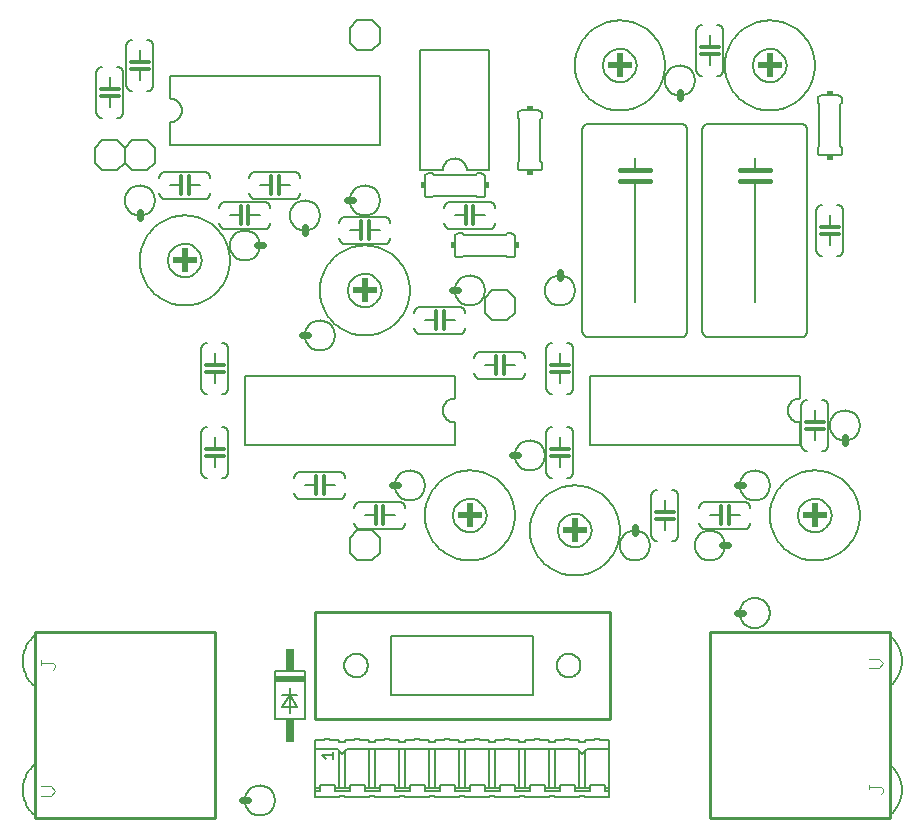
<source format=gto>
G75*
G70*
%OFA0B0*%
%FSLAX24Y24*%
%IPPOS*%
%LPD*%
%AMOC8*
5,1,8,0,0,1.08239X$1,22.5*
%
%ADD10C,0.0240*%
%ADD11C,0.0060*%
%ADD12C,0.0120*%
%ADD13R,0.0200X0.0800*%
%ADD14R,0.0800X0.0200*%
%ADD15R,0.0150X0.0200*%
%ADD16R,0.0200X0.0150*%
%ADD17C,0.0160*%
%ADD18C,0.0100*%
%ADD19C,0.0050*%
%ADD20C,0.0040*%
%ADD21R,0.1000X0.0200*%
%ADD22R,0.0300X0.0750*%
D10*
X012231Y001650D02*
X012431Y001650D01*
X017231Y012150D02*
X017431Y012150D01*
X021231Y013150D02*
X021431Y013150D01*
X025331Y010750D02*
X025331Y010550D01*
X028231Y010150D02*
X028431Y010150D01*
X028731Y012150D02*
X028931Y012150D01*
X032331Y013550D02*
X032331Y013750D01*
X028931Y007900D02*
X028731Y007900D01*
X019431Y018650D02*
X019231Y018650D01*
X015931Y021650D02*
X015731Y021650D01*
X014331Y020750D02*
X014331Y020550D01*
X012931Y020150D02*
X012731Y020150D01*
X014231Y017150D02*
X014431Y017150D01*
X008831Y021050D02*
X008831Y021250D01*
X022831Y019250D02*
X022831Y019050D01*
X026831Y025050D02*
X026831Y025250D01*
D11*
X026331Y025650D02*
X026333Y025694D01*
X026339Y025738D01*
X026349Y025781D01*
X026362Y025823D01*
X026379Y025864D01*
X026400Y025903D01*
X026424Y025940D01*
X026451Y025975D01*
X026481Y026007D01*
X026514Y026037D01*
X026550Y026063D01*
X026587Y026087D01*
X026627Y026106D01*
X026668Y026123D01*
X026711Y026135D01*
X026754Y026144D01*
X026798Y026149D01*
X026842Y026150D01*
X026886Y026147D01*
X026930Y026140D01*
X026973Y026129D01*
X027015Y026115D01*
X027055Y026097D01*
X027094Y026075D01*
X027130Y026051D01*
X027164Y026023D01*
X027196Y025992D01*
X027225Y025958D01*
X027251Y025922D01*
X027273Y025884D01*
X027292Y025844D01*
X027307Y025802D01*
X027319Y025760D01*
X027327Y025716D01*
X027331Y025672D01*
X027331Y025628D01*
X027327Y025584D01*
X027319Y025540D01*
X027307Y025498D01*
X027292Y025456D01*
X027273Y025416D01*
X027251Y025378D01*
X027225Y025342D01*
X027196Y025308D01*
X027164Y025277D01*
X027130Y025249D01*
X027094Y025225D01*
X027055Y025203D01*
X027015Y025185D01*
X026973Y025171D01*
X026930Y025160D01*
X026886Y025153D01*
X026842Y025150D01*
X026798Y025151D01*
X026754Y025156D01*
X026711Y025165D01*
X026668Y025177D01*
X026627Y025194D01*
X026587Y025213D01*
X026550Y025237D01*
X026514Y025263D01*
X026481Y025293D01*
X026451Y025325D01*
X026424Y025360D01*
X026400Y025397D01*
X026379Y025436D01*
X026362Y025477D01*
X026349Y025519D01*
X026339Y025562D01*
X026333Y025606D01*
X026331Y025650D01*
X027381Y026000D02*
X027381Y027300D01*
X027383Y027326D01*
X027388Y027352D01*
X027396Y027377D01*
X027408Y027400D01*
X027422Y027422D01*
X027440Y027441D01*
X027459Y027459D01*
X027481Y027473D01*
X027504Y027485D01*
X027529Y027493D01*
X027555Y027498D01*
X027581Y027500D01*
X027831Y027150D02*
X027831Y026770D01*
X027831Y026520D02*
X027831Y026150D01*
X028081Y025800D02*
X028107Y025802D01*
X028133Y025807D01*
X028158Y025815D01*
X028181Y025827D01*
X028203Y025841D01*
X028222Y025859D01*
X028240Y025878D01*
X028254Y025900D01*
X028266Y025923D01*
X028274Y025948D01*
X028279Y025974D01*
X028281Y026000D01*
X028281Y027300D01*
X028279Y027326D01*
X028274Y027352D01*
X028266Y027377D01*
X028254Y027400D01*
X028240Y027422D01*
X028222Y027441D01*
X028203Y027459D01*
X028181Y027473D01*
X028158Y027485D01*
X028133Y027493D01*
X028107Y027498D01*
X028081Y027500D01*
X027381Y026000D02*
X027383Y025974D01*
X027388Y025948D01*
X027396Y025923D01*
X027408Y025900D01*
X027422Y025878D01*
X027440Y025859D01*
X027459Y025841D01*
X027481Y025827D01*
X027504Y025815D01*
X027529Y025807D01*
X027555Y025802D01*
X027581Y025800D01*
X027781Y024200D02*
X030881Y024200D01*
X030907Y024198D01*
X030933Y024193D01*
X030958Y024185D01*
X030981Y024173D01*
X031003Y024159D01*
X031022Y024141D01*
X031040Y024122D01*
X031054Y024100D01*
X031066Y024077D01*
X031074Y024052D01*
X031079Y024026D01*
X031081Y024000D01*
X031081Y017300D01*
X031079Y017274D01*
X031074Y017248D01*
X031066Y017223D01*
X031054Y017200D01*
X031040Y017178D01*
X031022Y017159D01*
X031003Y017141D01*
X030981Y017127D01*
X030958Y017115D01*
X030933Y017107D01*
X030907Y017102D01*
X030881Y017100D01*
X027781Y017100D01*
X027755Y017102D01*
X027729Y017107D01*
X027704Y017115D01*
X027681Y017127D01*
X027659Y017141D01*
X027640Y017159D01*
X027622Y017178D01*
X027608Y017200D01*
X027596Y017223D01*
X027588Y017248D01*
X027583Y017274D01*
X027581Y017300D01*
X027581Y024000D01*
X027583Y024026D01*
X027588Y024052D01*
X027596Y024077D01*
X027608Y024100D01*
X027622Y024122D01*
X027640Y024141D01*
X027659Y024159D01*
X027681Y024173D01*
X027704Y024185D01*
X027729Y024193D01*
X027755Y024198D01*
X027781Y024200D01*
X027081Y024000D02*
X027081Y017300D01*
X027079Y017274D01*
X027074Y017248D01*
X027066Y017223D01*
X027054Y017200D01*
X027040Y017178D01*
X027022Y017159D01*
X027003Y017141D01*
X026981Y017127D01*
X026958Y017115D01*
X026933Y017107D01*
X026907Y017102D01*
X026881Y017100D01*
X023781Y017100D01*
X023755Y017102D01*
X023729Y017107D01*
X023704Y017115D01*
X023681Y017127D01*
X023659Y017141D01*
X023640Y017159D01*
X023622Y017178D01*
X023608Y017200D01*
X023596Y017223D01*
X023588Y017248D01*
X023583Y017274D01*
X023581Y017300D01*
X023581Y024000D01*
X023583Y024026D01*
X023588Y024052D01*
X023596Y024077D01*
X023608Y024100D01*
X023622Y024122D01*
X023640Y024141D01*
X023659Y024159D01*
X023681Y024173D01*
X023704Y024185D01*
X023729Y024193D01*
X023755Y024198D01*
X023781Y024200D01*
X026881Y024200D01*
X026907Y024198D01*
X026933Y024193D01*
X026958Y024185D01*
X026981Y024173D01*
X027003Y024159D01*
X027022Y024141D01*
X027040Y024122D01*
X027054Y024100D01*
X027066Y024077D01*
X027074Y024052D01*
X027079Y024026D01*
X027081Y024000D01*
X025331Y023050D02*
X025331Y022650D01*
X025331Y022300D02*
X025331Y018250D01*
X023281Y016700D02*
X023281Y015400D01*
X023279Y015374D01*
X023274Y015348D01*
X023266Y015323D01*
X023254Y015300D01*
X023240Y015278D01*
X023222Y015259D01*
X023203Y015241D01*
X023181Y015227D01*
X023158Y015215D01*
X023133Y015207D01*
X023107Y015202D01*
X023081Y015200D01*
X022831Y015550D02*
X022831Y015920D01*
X022831Y016170D02*
X022831Y016550D01*
X023081Y016900D02*
X023107Y016898D01*
X023133Y016893D01*
X023158Y016885D01*
X023181Y016873D01*
X023203Y016859D01*
X023222Y016841D01*
X023240Y016822D01*
X023254Y016800D01*
X023266Y016777D01*
X023274Y016752D01*
X023279Y016726D01*
X023281Y016700D01*
X022581Y016900D02*
X022555Y016898D01*
X022529Y016893D01*
X022504Y016885D01*
X022481Y016873D01*
X022459Y016859D01*
X022440Y016841D01*
X022422Y016822D01*
X022408Y016800D01*
X022396Y016777D01*
X022388Y016752D01*
X022383Y016726D01*
X022381Y016700D01*
X022381Y015400D01*
X022383Y015374D01*
X022388Y015348D01*
X022396Y015323D01*
X022408Y015300D01*
X022422Y015278D01*
X022440Y015259D01*
X022459Y015241D01*
X022481Y015227D01*
X022504Y015215D01*
X022529Y015207D01*
X022555Y015202D01*
X022581Y015200D01*
X021481Y015700D02*
X020181Y015700D01*
X020155Y015702D01*
X020129Y015707D01*
X020104Y015715D01*
X020081Y015727D01*
X020059Y015741D01*
X020040Y015759D01*
X020022Y015778D01*
X020008Y015800D01*
X019996Y015823D01*
X019988Y015848D01*
X019983Y015874D01*
X019981Y015900D01*
X020331Y016150D02*
X020711Y016150D01*
X020961Y016150D02*
X021331Y016150D01*
X021681Y016400D02*
X021679Y016426D01*
X021674Y016452D01*
X021666Y016477D01*
X021654Y016500D01*
X021640Y016522D01*
X021622Y016541D01*
X021603Y016559D01*
X021581Y016573D01*
X021558Y016585D01*
X021533Y016593D01*
X021507Y016598D01*
X021481Y016600D01*
X020181Y016600D01*
X020155Y016598D01*
X020129Y016593D01*
X020104Y016585D01*
X020081Y016573D01*
X020059Y016559D01*
X020040Y016541D01*
X020022Y016522D01*
X020008Y016500D01*
X019996Y016477D01*
X019988Y016452D01*
X019983Y016426D01*
X019981Y016400D01*
X019331Y015800D02*
X019331Y015050D01*
X019292Y015048D01*
X019253Y015042D01*
X019215Y015033D01*
X019178Y015020D01*
X019142Y015003D01*
X019109Y014983D01*
X019077Y014959D01*
X019048Y014933D01*
X019022Y014904D01*
X018998Y014872D01*
X018978Y014839D01*
X018961Y014803D01*
X018948Y014766D01*
X018939Y014728D01*
X018933Y014689D01*
X018931Y014650D01*
X018933Y014611D01*
X018939Y014572D01*
X018948Y014534D01*
X018961Y014497D01*
X018978Y014461D01*
X018998Y014428D01*
X019022Y014396D01*
X019048Y014367D01*
X019077Y014341D01*
X019109Y014317D01*
X019142Y014297D01*
X019178Y014280D01*
X019215Y014267D01*
X019253Y014258D01*
X019292Y014252D01*
X019331Y014250D01*
X019331Y013500D01*
X012331Y013500D01*
X012331Y015800D01*
X019331Y015800D01*
X019481Y017200D02*
X018181Y017200D01*
X018155Y017202D01*
X018129Y017207D01*
X018104Y017215D01*
X018081Y017227D01*
X018059Y017241D01*
X018040Y017259D01*
X018022Y017278D01*
X018008Y017300D01*
X017996Y017323D01*
X017988Y017348D01*
X017983Y017374D01*
X017981Y017400D01*
X018331Y017650D02*
X018711Y017650D01*
X018961Y017650D02*
X019331Y017650D01*
X019681Y017400D02*
X019679Y017374D01*
X019674Y017348D01*
X019666Y017323D01*
X019654Y017300D01*
X019640Y017278D01*
X019622Y017259D01*
X019603Y017241D01*
X019581Y017227D01*
X019558Y017215D01*
X019533Y017207D01*
X019507Y017202D01*
X019481Y017200D01*
X019681Y017900D02*
X019679Y017926D01*
X019674Y017952D01*
X019666Y017977D01*
X019654Y018000D01*
X019640Y018022D01*
X019622Y018041D01*
X019603Y018059D01*
X019581Y018073D01*
X019558Y018085D01*
X019533Y018093D01*
X019507Y018098D01*
X019481Y018100D01*
X018181Y018100D01*
X018155Y018098D01*
X018129Y018093D01*
X018104Y018085D01*
X018081Y018073D01*
X018059Y018059D01*
X018040Y018041D01*
X018022Y018022D01*
X018008Y018000D01*
X017996Y017977D01*
X017988Y017952D01*
X017983Y017926D01*
X017981Y017900D01*
X015772Y018650D02*
X015774Y018697D01*
X015780Y018743D01*
X015790Y018789D01*
X015803Y018834D01*
X015820Y018877D01*
X015841Y018919D01*
X015865Y018959D01*
X015893Y018997D01*
X015924Y019033D01*
X015957Y019065D01*
X015993Y019095D01*
X016031Y019122D01*
X016072Y019145D01*
X016114Y019165D01*
X016158Y019182D01*
X016203Y019194D01*
X016249Y019203D01*
X016296Y019208D01*
X016343Y019209D01*
X016389Y019206D01*
X016436Y019199D01*
X016481Y019188D01*
X016526Y019174D01*
X016569Y019156D01*
X016610Y019134D01*
X016650Y019109D01*
X016687Y019081D01*
X016722Y019049D01*
X016754Y019015D01*
X016783Y018979D01*
X016809Y018940D01*
X016832Y018899D01*
X016851Y018856D01*
X016866Y018812D01*
X016878Y018766D01*
X016886Y018720D01*
X016890Y018673D01*
X016890Y018627D01*
X016886Y018580D01*
X016878Y018534D01*
X016866Y018488D01*
X016851Y018444D01*
X016832Y018401D01*
X016809Y018360D01*
X016783Y018321D01*
X016754Y018285D01*
X016722Y018251D01*
X016687Y018219D01*
X016650Y018191D01*
X016611Y018166D01*
X016569Y018144D01*
X016526Y018126D01*
X016481Y018112D01*
X016436Y018101D01*
X016389Y018094D01*
X016343Y018091D01*
X016296Y018092D01*
X016249Y018097D01*
X016203Y018106D01*
X016158Y018118D01*
X016114Y018135D01*
X016072Y018155D01*
X016031Y018178D01*
X015993Y018205D01*
X015957Y018235D01*
X015924Y018267D01*
X015893Y018303D01*
X015865Y018341D01*
X015841Y018381D01*
X015820Y018423D01*
X015803Y018466D01*
X015790Y018511D01*
X015780Y018557D01*
X015774Y018603D01*
X015772Y018650D01*
X014831Y018650D02*
X014833Y018727D01*
X014839Y018804D01*
X014849Y018881D01*
X014863Y018957D01*
X014880Y019032D01*
X014902Y019106D01*
X014927Y019179D01*
X014957Y019251D01*
X014989Y019321D01*
X015026Y019389D01*
X015065Y019455D01*
X015108Y019519D01*
X015155Y019581D01*
X015204Y019640D01*
X015257Y019697D01*
X015312Y019751D01*
X015370Y019802D01*
X015431Y019850D01*
X015494Y019895D01*
X015559Y019936D01*
X015626Y019974D01*
X015695Y020009D01*
X015766Y020039D01*
X015838Y020067D01*
X015912Y020090D01*
X015986Y020110D01*
X016062Y020126D01*
X016138Y020138D01*
X016215Y020146D01*
X016292Y020150D01*
X016370Y020150D01*
X016447Y020146D01*
X016524Y020138D01*
X016600Y020126D01*
X016676Y020110D01*
X016750Y020090D01*
X016824Y020067D01*
X016896Y020039D01*
X016967Y020009D01*
X017036Y019974D01*
X017103Y019936D01*
X017168Y019895D01*
X017231Y019850D01*
X017292Y019802D01*
X017350Y019751D01*
X017405Y019697D01*
X017458Y019640D01*
X017507Y019581D01*
X017554Y019519D01*
X017597Y019455D01*
X017636Y019389D01*
X017673Y019321D01*
X017705Y019251D01*
X017735Y019179D01*
X017760Y019106D01*
X017782Y019032D01*
X017799Y018957D01*
X017813Y018881D01*
X017823Y018804D01*
X017829Y018727D01*
X017831Y018650D01*
X017829Y018573D01*
X017823Y018496D01*
X017813Y018419D01*
X017799Y018343D01*
X017782Y018268D01*
X017760Y018194D01*
X017735Y018121D01*
X017705Y018049D01*
X017673Y017979D01*
X017636Y017911D01*
X017597Y017845D01*
X017554Y017781D01*
X017507Y017719D01*
X017458Y017660D01*
X017405Y017603D01*
X017350Y017549D01*
X017292Y017498D01*
X017231Y017450D01*
X017168Y017405D01*
X017103Y017364D01*
X017036Y017326D01*
X016967Y017291D01*
X016896Y017261D01*
X016824Y017233D01*
X016750Y017210D01*
X016676Y017190D01*
X016600Y017174D01*
X016524Y017162D01*
X016447Y017154D01*
X016370Y017150D01*
X016292Y017150D01*
X016215Y017154D01*
X016138Y017162D01*
X016062Y017174D01*
X015986Y017190D01*
X015912Y017210D01*
X015838Y017233D01*
X015766Y017261D01*
X015695Y017291D01*
X015626Y017326D01*
X015559Y017364D01*
X015494Y017405D01*
X015431Y017450D01*
X015370Y017498D01*
X015312Y017549D01*
X015257Y017603D01*
X015204Y017660D01*
X015155Y017719D01*
X015108Y017781D01*
X015065Y017845D01*
X015026Y017911D01*
X014989Y017979D01*
X014957Y018049D01*
X014927Y018121D01*
X014902Y018194D01*
X014880Y018268D01*
X014863Y018343D01*
X014849Y018419D01*
X014839Y018496D01*
X014833Y018573D01*
X014831Y018650D01*
X014331Y017150D02*
X014333Y017194D01*
X014339Y017238D01*
X014349Y017281D01*
X014362Y017323D01*
X014379Y017364D01*
X014400Y017403D01*
X014424Y017440D01*
X014451Y017475D01*
X014481Y017507D01*
X014514Y017537D01*
X014550Y017563D01*
X014587Y017587D01*
X014627Y017606D01*
X014668Y017623D01*
X014711Y017635D01*
X014754Y017644D01*
X014798Y017649D01*
X014842Y017650D01*
X014886Y017647D01*
X014930Y017640D01*
X014973Y017629D01*
X015015Y017615D01*
X015055Y017597D01*
X015094Y017575D01*
X015130Y017551D01*
X015164Y017523D01*
X015196Y017492D01*
X015225Y017458D01*
X015251Y017422D01*
X015273Y017384D01*
X015292Y017344D01*
X015307Y017302D01*
X015319Y017260D01*
X015327Y017216D01*
X015331Y017172D01*
X015331Y017128D01*
X015327Y017084D01*
X015319Y017040D01*
X015307Y016998D01*
X015292Y016956D01*
X015273Y016916D01*
X015251Y016878D01*
X015225Y016842D01*
X015196Y016808D01*
X015164Y016777D01*
X015130Y016749D01*
X015094Y016725D01*
X015055Y016703D01*
X015015Y016685D01*
X014973Y016671D01*
X014930Y016660D01*
X014886Y016653D01*
X014842Y016650D01*
X014798Y016651D01*
X014754Y016656D01*
X014711Y016665D01*
X014668Y016677D01*
X014627Y016694D01*
X014587Y016713D01*
X014550Y016737D01*
X014514Y016763D01*
X014481Y016793D01*
X014451Y016825D01*
X014424Y016860D01*
X014400Y016897D01*
X014379Y016936D01*
X014362Y016977D01*
X014349Y017019D01*
X014339Y017062D01*
X014333Y017106D01*
X014331Y017150D01*
X011781Y016700D02*
X011781Y015400D01*
X011779Y015374D01*
X011774Y015348D01*
X011766Y015323D01*
X011754Y015300D01*
X011740Y015278D01*
X011722Y015259D01*
X011703Y015241D01*
X011681Y015227D01*
X011658Y015215D01*
X011633Y015207D01*
X011607Y015202D01*
X011581Y015200D01*
X011331Y015550D02*
X011331Y015920D01*
X011331Y016170D02*
X011331Y016550D01*
X011581Y016900D02*
X011607Y016898D01*
X011633Y016893D01*
X011658Y016885D01*
X011681Y016873D01*
X011703Y016859D01*
X011722Y016841D01*
X011740Y016822D01*
X011754Y016800D01*
X011766Y016777D01*
X011774Y016752D01*
X011779Y016726D01*
X011781Y016700D01*
X011081Y016900D02*
X011055Y016898D01*
X011029Y016893D01*
X011004Y016885D01*
X010981Y016873D01*
X010959Y016859D01*
X010940Y016841D01*
X010922Y016822D01*
X010908Y016800D01*
X010896Y016777D01*
X010888Y016752D01*
X010883Y016726D01*
X010881Y016700D01*
X010881Y015400D01*
X010883Y015374D01*
X010888Y015348D01*
X010896Y015323D01*
X010908Y015300D01*
X010922Y015278D01*
X010940Y015259D01*
X010959Y015241D01*
X010981Y015227D01*
X011004Y015215D01*
X011029Y015207D01*
X011055Y015202D01*
X011081Y015200D01*
X011081Y014100D02*
X011055Y014098D01*
X011029Y014093D01*
X011004Y014085D01*
X010981Y014073D01*
X010959Y014059D01*
X010940Y014041D01*
X010922Y014022D01*
X010908Y014000D01*
X010896Y013977D01*
X010888Y013952D01*
X010883Y013926D01*
X010881Y013900D01*
X010881Y012600D01*
X010883Y012574D01*
X010888Y012548D01*
X010896Y012523D01*
X010908Y012500D01*
X010922Y012478D01*
X010940Y012459D01*
X010959Y012441D01*
X010981Y012427D01*
X011004Y012415D01*
X011029Y012407D01*
X011055Y012402D01*
X011081Y012400D01*
X011331Y012750D02*
X011331Y013120D01*
X011331Y013370D02*
X011331Y013750D01*
X011581Y014100D02*
X011607Y014098D01*
X011633Y014093D01*
X011658Y014085D01*
X011681Y014073D01*
X011703Y014059D01*
X011722Y014041D01*
X011740Y014022D01*
X011754Y014000D01*
X011766Y013977D01*
X011774Y013952D01*
X011779Y013926D01*
X011781Y013900D01*
X011781Y012600D01*
X011779Y012574D01*
X011774Y012548D01*
X011766Y012523D01*
X011754Y012500D01*
X011740Y012478D01*
X011722Y012459D01*
X011703Y012441D01*
X011681Y012427D01*
X011658Y012415D01*
X011633Y012407D01*
X011607Y012402D01*
X011581Y012400D01*
X013981Y012400D02*
X013983Y012426D01*
X013988Y012452D01*
X013996Y012477D01*
X014008Y012500D01*
X014022Y012522D01*
X014040Y012541D01*
X014059Y012559D01*
X014081Y012573D01*
X014104Y012585D01*
X014129Y012593D01*
X014155Y012598D01*
X014181Y012600D01*
X015481Y012600D01*
X015507Y012598D01*
X015533Y012593D01*
X015558Y012585D01*
X015581Y012573D01*
X015603Y012559D01*
X015622Y012541D01*
X015640Y012522D01*
X015654Y012500D01*
X015666Y012477D01*
X015674Y012452D01*
X015679Y012426D01*
X015681Y012400D01*
X015331Y012150D02*
X014961Y012150D01*
X014711Y012150D02*
X014331Y012150D01*
X013981Y011900D02*
X013983Y011874D01*
X013988Y011848D01*
X013996Y011823D01*
X014008Y011800D01*
X014022Y011778D01*
X014040Y011759D01*
X014059Y011741D01*
X014081Y011727D01*
X014104Y011715D01*
X014129Y011707D01*
X014155Y011702D01*
X014181Y011700D01*
X015481Y011700D01*
X015507Y011702D01*
X015533Y011707D01*
X015558Y011715D01*
X015581Y011727D01*
X015603Y011741D01*
X015622Y011759D01*
X015640Y011778D01*
X015654Y011800D01*
X015666Y011823D01*
X015674Y011848D01*
X015679Y011874D01*
X015681Y011900D01*
X016181Y011600D02*
X017481Y011600D01*
X017507Y011598D01*
X017533Y011593D01*
X017558Y011585D01*
X017581Y011573D01*
X017603Y011559D01*
X017622Y011541D01*
X017640Y011522D01*
X017654Y011500D01*
X017666Y011477D01*
X017674Y011452D01*
X017679Y011426D01*
X017681Y011400D01*
X017331Y011150D02*
X016951Y011150D01*
X016701Y011150D02*
X016331Y011150D01*
X015981Y010900D02*
X015983Y010874D01*
X015988Y010848D01*
X015996Y010823D01*
X016008Y010800D01*
X016022Y010778D01*
X016040Y010759D01*
X016059Y010741D01*
X016081Y010727D01*
X016104Y010715D01*
X016129Y010707D01*
X016155Y010702D01*
X016181Y010700D01*
X017481Y010700D01*
X017507Y010702D01*
X017533Y010707D01*
X017558Y010715D01*
X017581Y010727D01*
X017603Y010741D01*
X017622Y010759D01*
X017640Y010778D01*
X017654Y010800D01*
X017666Y010823D01*
X017674Y010848D01*
X017679Y010874D01*
X017681Y010900D01*
X016831Y010400D02*
X016831Y009900D01*
X016581Y009650D01*
X016081Y009650D01*
X015831Y009900D01*
X015831Y010400D01*
X016081Y010650D01*
X016581Y010650D01*
X016831Y010400D01*
X015981Y011400D02*
X015983Y011426D01*
X015988Y011452D01*
X015996Y011477D01*
X016008Y011500D01*
X016022Y011522D01*
X016040Y011541D01*
X016059Y011559D01*
X016081Y011573D01*
X016104Y011585D01*
X016129Y011593D01*
X016155Y011598D01*
X016181Y011600D01*
X017331Y012150D02*
X017333Y012194D01*
X017339Y012238D01*
X017349Y012281D01*
X017362Y012323D01*
X017379Y012364D01*
X017400Y012403D01*
X017424Y012440D01*
X017451Y012475D01*
X017481Y012507D01*
X017514Y012537D01*
X017550Y012563D01*
X017587Y012587D01*
X017627Y012606D01*
X017668Y012623D01*
X017711Y012635D01*
X017754Y012644D01*
X017798Y012649D01*
X017842Y012650D01*
X017886Y012647D01*
X017930Y012640D01*
X017973Y012629D01*
X018015Y012615D01*
X018055Y012597D01*
X018094Y012575D01*
X018130Y012551D01*
X018164Y012523D01*
X018196Y012492D01*
X018225Y012458D01*
X018251Y012422D01*
X018273Y012384D01*
X018292Y012344D01*
X018307Y012302D01*
X018319Y012260D01*
X018327Y012216D01*
X018331Y012172D01*
X018331Y012128D01*
X018327Y012084D01*
X018319Y012040D01*
X018307Y011998D01*
X018292Y011956D01*
X018273Y011916D01*
X018251Y011878D01*
X018225Y011842D01*
X018196Y011808D01*
X018164Y011777D01*
X018130Y011749D01*
X018094Y011725D01*
X018055Y011703D01*
X018015Y011685D01*
X017973Y011671D01*
X017930Y011660D01*
X017886Y011653D01*
X017842Y011650D01*
X017798Y011651D01*
X017754Y011656D01*
X017711Y011665D01*
X017668Y011677D01*
X017627Y011694D01*
X017587Y011713D01*
X017550Y011737D01*
X017514Y011763D01*
X017481Y011793D01*
X017451Y011825D01*
X017424Y011860D01*
X017400Y011897D01*
X017379Y011936D01*
X017362Y011977D01*
X017349Y012019D01*
X017339Y012062D01*
X017333Y012106D01*
X017331Y012150D01*
X019272Y011150D02*
X019274Y011197D01*
X019280Y011243D01*
X019290Y011289D01*
X019303Y011334D01*
X019320Y011377D01*
X019341Y011419D01*
X019365Y011459D01*
X019393Y011497D01*
X019424Y011533D01*
X019457Y011565D01*
X019493Y011595D01*
X019531Y011622D01*
X019572Y011645D01*
X019614Y011665D01*
X019658Y011682D01*
X019703Y011694D01*
X019749Y011703D01*
X019796Y011708D01*
X019843Y011709D01*
X019889Y011706D01*
X019936Y011699D01*
X019981Y011688D01*
X020026Y011674D01*
X020069Y011656D01*
X020110Y011634D01*
X020150Y011609D01*
X020187Y011581D01*
X020222Y011549D01*
X020254Y011515D01*
X020283Y011479D01*
X020309Y011440D01*
X020332Y011399D01*
X020351Y011356D01*
X020366Y011312D01*
X020378Y011266D01*
X020386Y011220D01*
X020390Y011173D01*
X020390Y011127D01*
X020386Y011080D01*
X020378Y011034D01*
X020366Y010988D01*
X020351Y010944D01*
X020332Y010901D01*
X020309Y010860D01*
X020283Y010821D01*
X020254Y010785D01*
X020222Y010751D01*
X020187Y010719D01*
X020150Y010691D01*
X020111Y010666D01*
X020069Y010644D01*
X020026Y010626D01*
X019981Y010612D01*
X019936Y010601D01*
X019889Y010594D01*
X019843Y010591D01*
X019796Y010592D01*
X019749Y010597D01*
X019703Y010606D01*
X019658Y010618D01*
X019614Y010635D01*
X019572Y010655D01*
X019531Y010678D01*
X019493Y010705D01*
X019457Y010735D01*
X019424Y010767D01*
X019393Y010803D01*
X019365Y010841D01*
X019341Y010881D01*
X019320Y010923D01*
X019303Y010966D01*
X019290Y011011D01*
X019280Y011057D01*
X019274Y011103D01*
X019272Y011150D01*
X018331Y011150D02*
X018333Y011227D01*
X018339Y011304D01*
X018349Y011381D01*
X018363Y011457D01*
X018380Y011532D01*
X018402Y011606D01*
X018427Y011679D01*
X018457Y011751D01*
X018489Y011821D01*
X018526Y011889D01*
X018565Y011955D01*
X018608Y012019D01*
X018655Y012081D01*
X018704Y012140D01*
X018757Y012197D01*
X018812Y012251D01*
X018870Y012302D01*
X018931Y012350D01*
X018994Y012395D01*
X019059Y012436D01*
X019126Y012474D01*
X019195Y012509D01*
X019266Y012539D01*
X019338Y012567D01*
X019412Y012590D01*
X019486Y012610D01*
X019562Y012626D01*
X019638Y012638D01*
X019715Y012646D01*
X019792Y012650D01*
X019870Y012650D01*
X019947Y012646D01*
X020024Y012638D01*
X020100Y012626D01*
X020176Y012610D01*
X020250Y012590D01*
X020324Y012567D01*
X020396Y012539D01*
X020467Y012509D01*
X020536Y012474D01*
X020603Y012436D01*
X020668Y012395D01*
X020731Y012350D01*
X020792Y012302D01*
X020850Y012251D01*
X020905Y012197D01*
X020958Y012140D01*
X021007Y012081D01*
X021054Y012019D01*
X021097Y011955D01*
X021136Y011889D01*
X021173Y011821D01*
X021205Y011751D01*
X021235Y011679D01*
X021260Y011606D01*
X021282Y011532D01*
X021299Y011457D01*
X021313Y011381D01*
X021323Y011304D01*
X021329Y011227D01*
X021331Y011150D01*
X021329Y011073D01*
X021323Y010996D01*
X021313Y010919D01*
X021299Y010843D01*
X021282Y010768D01*
X021260Y010694D01*
X021235Y010621D01*
X021205Y010549D01*
X021173Y010479D01*
X021136Y010411D01*
X021097Y010345D01*
X021054Y010281D01*
X021007Y010219D01*
X020958Y010160D01*
X020905Y010103D01*
X020850Y010049D01*
X020792Y009998D01*
X020731Y009950D01*
X020668Y009905D01*
X020603Y009864D01*
X020536Y009826D01*
X020467Y009791D01*
X020396Y009761D01*
X020324Y009733D01*
X020250Y009710D01*
X020176Y009690D01*
X020100Y009674D01*
X020024Y009662D01*
X019947Y009654D01*
X019870Y009650D01*
X019792Y009650D01*
X019715Y009654D01*
X019638Y009662D01*
X019562Y009674D01*
X019486Y009690D01*
X019412Y009710D01*
X019338Y009733D01*
X019266Y009761D01*
X019195Y009791D01*
X019126Y009826D01*
X019059Y009864D01*
X018994Y009905D01*
X018931Y009950D01*
X018870Y009998D01*
X018812Y010049D01*
X018757Y010103D01*
X018704Y010160D01*
X018655Y010219D01*
X018608Y010281D01*
X018565Y010345D01*
X018526Y010411D01*
X018489Y010479D01*
X018457Y010549D01*
X018427Y010621D01*
X018402Y010694D01*
X018380Y010768D01*
X018363Y010843D01*
X018349Y010919D01*
X018339Y010996D01*
X018333Y011073D01*
X018331Y011150D01*
X021331Y013150D02*
X021333Y013194D01*
X021339Y013238D01*
X021349Y013281D01*
X021362Y013323D01*
X021379Y013364D01*
X021400Y013403D01*
X021424Y013440D01*
X021451Y013475D01*
X021481Y013507D01*
X021514Y013537D01*
X021550Y013563D01*
X021587Y013587D01*
X021627Y013606D01*
X021668Y013623D01*
X021711Y013635D01*
X021754Y013644D01*
X021798Y013649D01*
X021842Y013650D01*
X021886Y013647D01*
X021930Y013640D01*
X021973Y013629D01*
X022015Y013615D01*
X022055Y013597D01*
X022094Y013575D01*
X022130Y013551D01*
X022164Y013523D01*
X022196Y013492D01*
X022225Y013458D01*
X022251Y013422D01*
X022273Y013384D01*
X022292Y013344D01*
X022307Y013302D01*
X022319Y013260D01*
X022327Y013216D01*
X022331Y013172D01*
X022331Y013128D01*
X022327Y013084D01*
X022319Y013040D01*
X022307Y012998D01*
X022292Y012956D01*
X022273Y012916D01*
X022251Y012878D01*
X022225Y012842D01*
X022196Y012808D01*
X022164Y012777D01*
X022130Y012749D01*
X022094Y012725D01*
X022055Y012703D01*
X022015Y012685D01*
X021973Y012671D01*
X021930Y012660D01*
X021886Y012653D01*
X021842Y012650D01*
X021798Y012651D01*
X021754Y012656D01*
X021711Y012665D01*
X021668Y012677D01*
X021627Y012694D01*
X021587Y012713D01*
X021550Y012737D01*
X021514Y012763D01*
X021481Y012793D01*
X021451Y012825D01*
X021424Y012860D01*
X021400Y012897D01*
X021379Y012936D01*
X021362Y012977D01*
X021349Y013019D01*
X021339Y013062D01*
X021333Y013106D01*
X021331Y013150D01*
X022381Y012600D02*
X022381Y013900D01*
X022383Y013926D01*
X022388Y013952D01*
X022396Y013977D01*
X022408Y014000D01*
X022422Y014022D01*
X022440Y014041D01*
X022459Y014059D01*
X022481Y014073D01*
X022504Y014085D01*
X022529Y014093D01*
X022555Y014098D01*
X022581Y014100D01*
X022831Y013750D02*
X022831Y013370D01*
X022831Y013120D02*
X022831Y012750D01*
X023081Y012400D02*
X023107Y012402D01*
X023133Y012407D01*
X023158Y012415D01*
X023181Y012427D01*
X023203Y012441D01*
X023222Y012459D01*
X023240Y012478D01*
X023254Y012500D01*
X023266Y012523D01*
X023274Y012548D01*
X023279Y012574D01*
X023281Y012600D01*
X023281Y013900D01*
X023279Y013926D01*
X023274Y013952D01*
X023266Y013977D01*
X023254Y014000D01*
X023240Y014022D01*
X023222Y014041D01*
X023203Y014059D01*
X023181Y014073D01*
X023158Y014085D01*
X023133Y014093D01*
X023107Y014098D01*
X023081Y014100D01*
X023831Y013500D02*
X023831Y015800D01*
X030831Y015800D01*
X030831Y015050D01*
X030881Y014800D02*
X030881Y013500D01*
X030831Y013500D02*
X030831Y014250D01*
X030792Y014252D01*
X030753Y014258D01*
X030715Y014267D01*
X030678Y014280D01*
X030642Y014297D01*
X030609Y014317D01*
X030577Y014341D01*
X030548Y014367D01*
X030522Y014396D01*
X030498Y014428D01*
X030478Y014461D01*
X030461Y014497D01*
X030448Y014534D01*
X030439Y014572D01*
X030433Y014611D01*
X030431Y014650D01*
X030433Y014689D01*
X030439Y014728D01*
X030448Y014766D01*
X030461Y014803D01*
X030478Y014839D01*
X030498Y014872D01*
X030522Y014904D01*
X030548Y014933D01*
X030577Y014959D01*
X030609Y014983D01*
X030642Y015003D01*
X030678Y015020D01*
X030715Y015033D01*
X030753Y015042D01*
X030792Y015048D01*
X030831Y015050D01*
X031081Y015000D02*
X031055Y014998D01*
X031029Y014993D01*
X031004Y014985D01*
X030981Y014973D01*
X030959Y014959D01*
X030940Y014941D01*
X030922Y014922D01*
X030908Y014900D01*
X030896Y014877D01*
X030888Y014852D01*
X030883Y014826D01*
X030881Y014800D01*
X031331Y014650D02*
X031331Y014280D01*
X031331Y014030D02*
X031331Y013650D01*
X031581Y013300D02*
X031607Y013302D01*
X031633Y013307D01*
X031658Y013315D01*
X031681Y013327D01*
X031703Y013341D01*
X031722Y013359D01*
X031740Y013378D01*
X031754Y013400D01*
X031766Y013423D01*
X031774Y013448D01*
X031779Y013474D01*
X031781Y013500D01*
X031781Y014800D01*
X031779Y014826D01*
X031774Y014852D01*
X031766Y014877D01*
X031754Y014900D01*
X031740Y014922D01*
X031722Y014941D01*
X031703Y014959D01*
X031681Y014973D01*
X031658Y014985D01*
X031633Y014993D01*
X031607Y014998D01*
X031581Y015000D01*
X031831Y014150D02*
X031833Y014194D01*
X031839Y014238D01*
X031849Y014281D01*
X031862Y014323D01*
X031879Y014364D01*
X031900Y014403D01*
X031924Y014440D01*
X031951Y014475D01*
X031981Y014507D01*
X032014Y014537D01*
X032050Y014563D01*
X032087Y014587D01*
X032127Y014606D01*
X032168Y014623D01*
X032211Y014635D01*
X032254Y014644D01*
X032298Y014649D01*
X032342Y014650D01*
X032386Y014647D01*
X032430Y014640D01*
X032473Y014629D01*
X032515Y014615D01*
X032555Y014597D01*
X032594Y014575D01*
X032630Y014551D01*
X032664Y014523D01*
X032696Y014492D01*
X032725Y014458D01*
X032751Y014422D01*
X032773Y014384D01*
X032792Y014344D01*
X032807Y014302D01*
X032819Y014260D01*
X032827Y014216D01*
X032831Y014172D01*
X032831Y014128D01*
X032827Y014084D01*
X032819Y014040D01*
X032807Y013998D01*
X032792Y013956D01*
X032773Y013916D01*
X032751Y013878D01*
X032725Y013842D01*
X032696Y013808D01*
X032664Y013777D01*
X032630Y013749D01*
X032594Y013725D01*
X032555Y013703D01*
X032515Y013685D01*
X032473Y013671D01*
X032430Y013660D01*
X032386Y013653D01*
X032342Y013650D01*
X032298Y013651D01*
X032254Y013656D01*
X032211Y013665D01*
X032168Y013677D01*
X032127Y013694D01*
X032087Y013713D01*
X032050Y013737D01*
X032014Y013763D01*
X031981Y013793D01*
X031951Y013825D01*
X031924Y013860D01*
X031900Y013897D01*
X031879Y013936D01*
X031862Y013977D01*
X031849Y014019D01*
X031839Y014062D01*
X031833Y014106D01*
X031831Y014150D01*
X031081Y013300D02*
X031055Y013302D01*
X031029Y013307D01*
X031004Y013315D01*
X030981Y013327D01*
X030959Y013341D01*
X030940Y013359D01*
X030922Y013378D01*
X030908Y013400D01*
X030896Y013423D01*
X030888Y013448D01*
X030883Y013474D01*
X030881Y013500D01*
X030831Y013500D02*
X023831Y013500D01*
X022581Y012400D02*
X022555Y012402D01*
X022529Y012407D01*
X022504Y012415D01*
X022481Y012427D01*
X022459Y012441D01*
X022440Y012459D01*
X022422Y012478D01*
X022408Y012500D01*
X022396Y012523D01*
X022388Y012548D01*
X022383Y012574D01*
X022381Y012600D01*
X022772Y010650D02*
X022774Y010697D01*
X022780Y010743D01*
X022790Y010789D01*
X022803Y010834D01*
X022820Y010877D01*
X022841Y010919D01*
X022865Y010959D01*
X022893Y010997D01*
X022924Y011033D01*
X022957Y011065D01*
X022993Y011095D01*
X023031Y011122D01*
X023072Y011145D01*
X023114Y011165D01*
X023158Y011182D01*
X023203Y011194D01*
X023249Y011203D01*
X023296Y011208D01*
X023343Y011209D01*
X023389Y011206D01*
X023436Y011199D01*
X023481Y011188D01*
X023526Y011174D01*
X023569Y011156D01*
X023610Y011134D01*
X023650Y011109D01*
X023687Y011081D01*
X023722Y011049D01*
X023754Y011015D01*
X023783Y010979D01*
X023809Y010940D01*
X023832Y010899D01*
X023851Y010856D01*
X023866Y010812D01*
X023878Y010766D01*
X023886Y010720D01*
X023890Y010673D01*
X023890Y010627D01*
X023886Y010580D01*
X023878Y010534D01*
X023866Y010488D01*
X023851Y010444D01*
X023832Y010401D01*
X023809Y010360D01*
X023783Y010321D01*
X023754Y010285D01*
X023722Y010251D01*
X023687Y010219D01*
X023650Y010191D01*
X023611Y010166D01*
X023569Y010144D01*
X023526Y010126D01*
X023481Y010112D01*
X023436Y010101D01*
X023389Y010094D01*
X023343Y010091D01*
X023296Y010092D01*
X023249Y010097D01*
X023203Y010106D01*
X023158Y010118D01*
X023114Y010135D01*
X023072Y010155D01*
X023031Y010178D01*
X022993Y010205D01*
X022957Y010235D01*
X022924Y010267D01*
X022893Y010303D01*
X022865Y010341D01*
X022841Y010381D01*
X022820Y010423D01*
X022803Y010466D01*
X022790Y010511D01*
X022780Y010557D01*
X022774Y010603D01*
X022772Y010650D01*
X021831Y010650D02*
X021833Y010727D01*
X021839Y010804D01*
X021849Y010881D01*
X021863Y010957D01*
X021880Y011032D01*
X021902Y011106D01*
X021927Y011179D01*
X021957Y011251D01*
X021989Y011321D01*
X022026Y011389D01*
X022065Y011455D01*
X022108Y011519D01*
X022155Y011581D01*
X022204Y011640D01*
X022257Y011697D01*
X022312Y011751D01*
X022370Y011802D01*
X022431Y011850D01*
X022494Y011895D01*
X022559Y011936D01*
X022626Y011974D01*
X022695Y012009D01*
X022766Y012039D01*
X022838Y012067D01*
X022912Y012090D01*
X022986Y012110D01*
X023062Y012126D01*
X023138Y012138D01*
X023215Y012146D01*
X023292Y012150D01*
X023370Y012150D01*
X023447Y012146D01*
X023524Y012138D01*
X023600Y012126D01*
X023676Y012110D01*
X023750Y012090D01*
X023824Y012067D01*
X023896Y012039D01*
X023967Y012009D01*
X024036Y011974D01*
X024103Y011936D01*
X024168Y011895D01*
X024231Y011850D01*
X024292Y011802D01*
X024350Y011751D01*
X024405Y011697D01*
X024458Y011640D01*
X024507Y011581D01*
X024554Y011519D01*
X024597Y011455D01*
X024636Y011389D01*
X024673Y011321D01*
X024705Y011251D01*
X024735Y011179D01*
X024760Y011106D01*
X024782Y011032D01*
X024799Y010957D01*
X024813Y010881D01*
X024823Y010804D01*
X024829Y010727D01*
X024831Y010650D01*
X024829Y010573D01*
X024823Y010496D01*
X024813Y010419D01*
X024799Y010343D01*
X024782Y010268D01*
X024760Y010194D01*
X024735Y010121D01*
X024705Y010049D01*
X024673Y009979D01*
X024636Y009911D01*
X024597Y009845D01*
X024554Y009781D01*
X024507Y009719D01*
X024458Y009660D01*
X024405Y009603D01*
X024350Y009549D01*
X024292Y009498D01*
X024231Y009450D01*
X024168Y009405D01*
X024103Y009364D01*
X024036Y009326D01*
X023967Y009291D01*
X023896Y009261D01*
X023824Y009233D01*
X023750Y009210D01*
X023676Y009190D01*
X023600Y009174D01*
X023524Y009162D01*
X023447Y009154D01*
X023370Y009150D01*
X023292Y009150D01*
X023215Y009154D01*
X023138Y009162D01*
X023062Y009174D01*
X022986Y009190D01*
X022912Y009210D01*
X022838Y009233D01*
X022766Y009261D01*
X022695Y009291D01*
X022626Y009326D01*
X022559Y009364D01*
X022494Y009405D01*
X022431Y009450D01*
X022370Y009498D01*
X022312Y009549D01*
X022257Y009603D01*
X022204Y009660D01*
X022155Y009719D01*
X022108Y009781D01*
X022065Y009845D01*
X022026Y009911D01*
X021989Y009979D01*
X021957Y010049D01*
X021927Y010121D01*
X021902Y010194D01*
X021880Y010268D01*
X021863Y010343D01*
X021849Y010419D01*
X021839Y010496D01*
X021833Y010573D01*
X021831Y010650D01*
X024831Y010150D02*
X024833Y010194D01*
X024839Y010238D01*
X024849Y010281D01*
X024862Y010323D01*
X024879Y010364D01*
X024900Y010403D01*
X024924Y010440D01*
X024951Y010475D01*
X024981Y010507D01*
X025014Y010537D01*
X025050Y010563D01*
X025087Y010587D01*
X025127Y010606D01*
X025168Y010623D01*
X025211Y010635D01*
X025254Y010644D01*
X025298Y010649D01*
X025342Y010650D01*
X025386Y010647D01*
X025430Y010640D01*
X025473Y010629D01*
X025515Y010615D01*
X025555Y010597D01*
X025594Y010575D01*
X025630Y010551D01*
X025664Y010523D01*
X025696Y010492D01*
X025725Y010458D01*
X025751Y010422D01*
X025773Y010384D01*
X025792Y010344D01*
X025807Y010302D01*
X025819Y010260D01*
X025827Y010216D01*
X025831Y010172D01*
X025831Y010128D01*
X025827Y010084D01*
X025819Y010040D01*
X025807Y009998D01*
X025792Y009956D01*
X025773Y009916D01*
X025751Y009878D01*
X025725Y009842D01*
X025696Y009808D01*
X025664Y009777D01*
X025630Y009749D01*
X025594Y009725D01*
X025555Y009703D01*
X025515Y009685D01*
X025473Y009671D01*
X025430Y009660D01*
X025386Y009653D01*
X025342Y009650D01*
X025298Y009651D01*
X025254Y009656D01*
X025211Y009665D01*
X025168Y009677D01*
X025127Y009694D01*
X025087Y009713D01*
X025050Y009737D01*
X025014Y009763D01*
X024981Y009793D01*
X024951Y009825D01*
X024924Y009860D01*
X024900Y009897D01*
X024879Y009936D01*
X024862Y009977D01*
X024849Y010019D01*
X024839Y010062D01*
X024833Y010106D01*
X024831Y010150D01*
X025881Y010500D02*
X025881Y011800D01*
X025883Y011826D01*
X025888Y011852D01*
X025896Y011877D01*
X025908Y011900D01*
X025922Y011922D01*
X025940Y011941D01*
X025959Y011959D01*
X025981Y011973D01*
X026004Y011985D01*
X026029Y011993D01*
X026055Y011998D01*
X026081Y012000D01*
X026331Y011650D02*
X026331Y011270D01*
X026331Y011020D02*
X026331Y010650D01*
X026581Y010300D02*
X026607Y010302D01*
X026633Y010307D01*
X026658Y010315D01*
X026681Y010327D01*
X026703Y010341D01*
X026722Y010359D01*
X026740Y010378D01*
X026754Y010400D01*
X026766Y010423D01*
X026774Y010448D01*
X026779Y010474D01*
X026781Y010500D01*
X026781Y011800D01*
X026779Y011826D01*
X026774Y011852D01*
X026766Y011877D01*
X026754Y011900D01*
X026740Y011922D01*
X026722Y011941D01*
X026703Y011959D01*
X026681Y011973D01*
X026658Y011985D01*
X026633Y011993D01*
X026607Y011998D01*
X026581Y012000D01*
X027681Y011600D02*
X028981Y011600D01*
X029007Y011598D01*
X029033Y011593D01*
X029058Y011585D01*
X029081Y011573D01*
X029103Y011559D01*
X029122Y011541D01*
X029140Y011522D01*
X029154Y011500D01*
X029166Y011477D01*
X029174Y011452D01*
X029179Y011426D01*
X029181Y011400D01*
X028831Y011150D02*
X028461Y011150D01*
X028211Y011150D02*
X027831Y011150D01*
X027481Y010900D02*
X027483Y010874D01*
X027488Y010848D01*
X027496Y010823D01*
X027508Y010800D01*
X027522Y010778D01*
X027540Y010759D01*
X027559Y010741D01*
X027581Y010727D01*
X027604Y010715D01*
X027629Y010707D01*
X027655Y010702D01*
X027681Y010700D01*
X028981Y010700D01*
X029007Y010702D01*
X029033Y010707D01*
X029058Y010715D01*
X029081Y010727D01*
X029103Y010741D01*
X029122Y010759D01*
X029140Y010778D01*
X029154Y010800D01*
X029166Y010823D01*
X029174Y010848D01*
X029179Y010874D01*
X029181Y010900D01*
X027331Y010150D02*
X027333Y010194D01*
X027339Y010238D01*
X027349Y010281D01*
X027362Y010323D01*
X027379Y010364D01*
X027400Y010403D01*
X027424Y010440D01*
X027451Y010475D01*
X027481Y010507D01*
X027514Y010537D01*
X027550Y010563D01*
X027587Y010587D01*
X027627Y010606D01*
X027668Y010623D01*
X027711Y010635D01*
X027754Y010644D01*
X027798Y010649D01*
X027842Y010650D01*
X027886Y010647D01*
X027930Y010640D01*
X027973Y010629D01*
X028015Y010615D01*
X028055Y010597D01*
X028094Y010575D01*
X028130Y010551D01*
X028164Y010523D01*
X028196Y010492D01*
X028225Y010458D01*
X028251Y010422D01*
X028273Y010384D01*
X028292Y010344D01*
X028307Y010302D01*
X028319Y010260D01*
X028327Y010216D01*
X028331Y010172D01*
X028331Y010128D01*
X028327Y010084D01*
X028319Y010040D01*
X028307Y009998D01*
X028292Y009956D01*
X028273Y009916D01*
X028251Y009878D01*
X028225Y009842D01*
X028196Y009808D01*
X028164Y009777D01*
X028130Y009749D01*
X028094Y009725D01*
X028055Y009703D01*
X028015Y009685D01*
X027973Y009671D01*
X027930Y009660D01*
X027886Y009653D01*
X027842Y009650D01*
X027798Y009651D01*
X027754Y009656D01*
X027711Y009665D01*
X027668Y009677D01*
X027627Y009694D01*
X027587Y009713D01*
X027550Y009737D01*
X027514Y009763D01*
X027481Y009793D01*
X027451Y009825D01*
X027424Y009860D01*
X027400Y009897D01*
X027379Y009936D01*
X027362Y009977D01*
X027349Y010019D01*
X027339Y010062D01*
X027333Y010106D01*
X027331Y010150D01*
X027481Y011400D02*
X027483Y011426D01*
X027488Y011452D01*
X027496Y011477D01*
X027508Y011500D01*
X027522Y011522D01*
X027540Y011541D01*
X027559Y011559D01*
X027581Y011573D01*
X027604Y011585D01*
X027629Y011593D01*
X027655Y011598D01*
X027681Y011600D01*
X028831Y012150D02*
X028833Y012194D01*
X028839Y012238D01*
X028849Y012281D01*
X028862Y012323D01*
X028879Y012364D01*
X028900Y012403D01*
X028924Y012440D01*
X028951Y012475D01*
X028981Y012507D01*
X029014Y012537D01*
X029050Y012563D01*
X029087Y012587D01*
X029127Y012606D01*
X029168Y012623D01*
X029211Y012635D01*
X029254Y012644D01*
X029298Y012649D01*
X029342Y012650D01*
X029386Y012647D01*
X029430Y012640D01*
X029473Y012629D01*
X029515Y012615D01*
X029555Y012597D01*
X029594Y012575D01*
X029630Y012551D01*
X029664Y012523D01*
X029696Y012492D01*
X029725Y012458D01*
X029751Y012422D01*
X029773Y012384D01*
X029792Y012344D01*
X029807Y012302D01*
X029819Y012260D01*
X029827Y012216D01*
X029831Y012172D01*
X029831Y012128D01*
X029827Y012084D01*
X029819Y012040D01*
X029807Y011998D01*
X029792Y011956D01*
X029773Y011916D01*
X029751Y011878D01*
X029725Y011842D01*
X029696Y011808D01*
X029664Y011777D01*
X029630Y011749D01*
X029594Y011725D01*
X029555Y011703D01*
X029515Y011685D01*
X029473Y011671D01*
X029430Y011660D01*
X029386Y011653D01*
X029342Y011650D01*
X029298Y011651D01*
X029254Y011656D01*
X029211Y011665D01*
X029168Y011677D01*
X029127Y011694D01*
X029087Y011713D01*
X029050Y011737D01*
X029014Y011763D01*
X028981Y011793D01*
X028951Y011825D01*
X028924Y011860D01*
X028900Y011897D01*
X028879Y011936D01*
X028862Y011977D01*
X028849Y012019D01*
X028839Y012062D01*
X028833Y012106D01*
X028831Y012150D01*
X030772Y011150D02*
X030774Y011197D01*
X030780Y011243D01*
X030790Y011289D01*
X030803Y011334D01*
X030820Y011377D01*
X030841Y011419D01*
X030865Y011459D01*
X030893Y011497D01*
X030924Y011533D01*
X030957Y011565D01*
X030993Y011595D01*
X031031Y011622D01*
X031072Y011645D01*
X031114Y011665D01*
X031158Y011682D01*
X031203Y011694D01*
X031249Y011703D01*
X031296Y011708D01*
X031343Y011709D01*
X031389Y011706D01*
X031436Y011699D01*
X031481Y011688D01*
X031526Y011674D01*
X031569Y011656D01*
X031610Y011634D01*
X031650Y011609D01*
X031687Y011581D01*
X031722Y011549D01*
X031754Y011515D01*
X031783Y011479D01*
X031809Y011440D01*
X031832Y011399D01*
X031851Y011356D01*
X031866Y011312D01*
X031878Y011266D01*
X031886Y011220D01*
X031890Y011173D01*
X031890Y011127D01*
X031886Y011080D01*
X031878Y011034D01*
X031866Y010988D01*
X031851Y010944D01*
X031832Y010901D01*
X031809Y010860D01*
X031783Y010821D01*
X031754Y010785D01*
X031722Y010751D01*
X031687Y010719D01*
X031650Y010691D01*
X031611Y010666D01*
X031569Y010644D01*
X031526Y010626D01*
X031481Y010612D01*
X031436Y010601D01*
X031389Y010594D01*
X031343Y010591D01*
X031296Y010592D01*
X031249Y010597D01*
X031203Y010606D01*
X031158Y010618D01*
X031114Y010635D01*
X031072Y010655D01*
X031031Y010678D01*
X030993Y010705D01*
X030957Y010735D01*
X030924Y010767D01*
X030893Y010803D01*
X030865Y010841D01*
X030841Y010881D01*
X030820Y010923D01*
X030803Y010966D01*
X030790Y011011D01*
X030780Y011057D01*
X030774Y011103D01*
X030772Y011150D01*
X029831Y011150D02*
X029833Y011227D01*
X029839Y011304D01*
X029849Y011381D01*
X029863Y011457D01*
X029880Y011532D01*
X029902Y011606D01*
X029927Y011679D01*
X029957Y011751D01*
X029989Y011821D01*
X030026Y011889D01*
X030065Y011955D01*
X030108Y012019D01*
X030155Y012081D01*
X030204Y012140D01*
X030257Y012197D01*
X030312Y012251D01*
X030370Y012302D01*
X030431Y012350D01*
X030494Y012395D01*
X030559Y012436D01*
X030626Y012474D01*
X030695Y012509D01*
X030766Y012539D01*
X030838Y012567D01*
X030912Y012590D01*
X030986Y012610D01*
X031062Y012626D01*
X031138Y012638D01*
X031215Y012646D01*
X031292Y012650D01*
X031370Y012650D01*
X031447Y012646D01*
X031524Y012638D01*
X031600Y012626D01*
X031676Y012610D01*
X031750Y012590D01*
X031824Y012567D01*
X031896Y012539D01*
X031967Y012509D01*
X032036Y012474D01*
X032103Y012436D01*
X032168Y012395D01*
X032231Y012350D01*
X032292Y012302D01*
X032350Y012251D01*
X032405Y012197D01*
X032458Y012140D01*
X032507Y012081D01*
X032554Y012019D01*
X032597Y011955D01*
X032636Y011889D01*
X032673Y011821D01*
X032705Y011751D01*
X032735Y011679D01*
X032760Y011606D01*
X032782Y011532D01*
X032799Y011457D01*
X032813Y011381D01*
X032823Y011304D01*
X032829Y011227D01*
X032831Y011150D01*
X032829Y011073D01*
X032823Y010996D01*
X032813Y010919D01*
X032799Y010843D01*
X032782Y010768D01*
X032760Y010694D01*
X032735Y010621D01*
X032705Y010549D01*
X032673Y010479D01*
X032636Y010411D01*
X032597Y010345D01*
X032554Y010281D01*
X032507Y010219D01*
X032458Y010160D01*
X032405Y010103D01*
X032350Y010049D01*
X032292Y009998D01*
X032231Y009950D01*
X032168Y009905D01*
X032103Y009864D01*
X032036Y009826D01*
X031967Y009791D01*
X031896Y009761D01*
X031824Y009733D01*
X031750Y009710D01*
X031676Y009690D01*
X031600Y009674D01*
X031524Y009662D01*
X031447Y009654D01*
X031370Y009650D01*
X031292Y009650D01*
X031215Y009654D01*
X031138Y009662D01*
X031062Y009674D01*
X030986Y009690D01*
X030912Y009710D01*
X030838Y009733D01*
X030766Y009761D01*
X030695Y009791D01*
X030626Y009826D01*
X030559Y009864D01*
X030494Y009905D01*
X030431Y009950D01*
X030370Y009998D01*
X030312Y010049D01*
X030257Y010103D01*
X030204Y010160D01*
X030155Y010219D01*
X030108Y010281D01*
X030065Y010345D01*
X030026Y010411D01*
X029989Y010479D01*
X029957Y010549D01*
X029927Y010621D01*
X029902Y010694D01*
X029880Y010768D01*
X029863Y010843D01*
X029849Y010919D01*
X029839Y010996D01*
X029833Y011073D01*
X029831Y011150D01*
X028831Y007900D02*
X028833Y007944D01*
X028839Y007988D01*
X028849Y008031D01*
X028862Y008073D01*
X028879Y008114D01*
X028900Y008153D01*
X028924Y008190D01*
X028951Y008225D01*
X028981Y008257D01*
X029014Y008287D01*
X029050Y008313D01*
X029087Y008337D01*
X029127Y008356D01*
X029168Y008373D01*
X029211Y008385D01*
X029254Y008394D01*
X029298Y008399D01*
X029342Y008400D01*
X029386Y008397D01*
X029430Y008390D01*
X029473Y008379D01*
X029515Y008365D01*
X029555Y008347D01*
X029594Y008325D01*
X029630Y008301D01*
X029664Y008273D01*
X029696Y008242D01*
X029725Y008208D01*
X029751Y008172D01*
X029773Y008134D01*
X029792Y008094D01*
X029807Y008052D01*
X029819Y008010D01*
X029827Y007966D01*
X029831Y007922D01*
X029831Y007878D01*
X029827Y007834D01*
X029819Y007790D01*
X029807Y007748D01*
X029792Y007706D01*
X029773Y007666D01*
X029751Y007628D01*
X029725Y007592D01*
X029696Y007558D01*
X029664Y007527D01*
X029630Y007499D01*
X029594Y007475D01*
X029555Y007453D01*
X029515Y007435D01*
X029473Y007421D01*
X029430Y007410D01*
X029386Y007403D01*
X029342Y007400D01*
X029298Y007401D01*
X029254Y007406D01*
X029211Y007415D01*
X029168Y007427D01*
X029127Y007444D01*
X029087Y007463D01*
X029050Y007487D01*
X029014Y007513D01*
X028981Y007543D01*
X028951Y007575D01*
X028924Y007610D01*
X028900Y007647D01*
X028879Y007686D01*
X028862Y007727D01*
X028849Y007769D01*
X028839Y007812D01*
X028833Y007856D01*
X028831Y007900D01*
X026081Y010300D02*
X026055Y010302D01*
X026029Y010307D01*
X026004Y010315D01*
X025981Y010327D01*
X025959Y010341D01*
X025940Y010359D01*
X025922Y010378D01*
X025908Y010400D01*
X025896Y010423D01*
X025888Y010448D01*
X025883Y010474D01*
X025881Y010500D01*
X021481Y015700D02*
X021507Y015702D01*
X021533Y015707D01*
X021558Y015715D01*
X021581Y015727D01*
X021603Y015741D01*
X021622Y015759D01*
X021640Y015778D01*
X021654Y015800D01*
X021666Y015823D01*
X021674Y015848D01*
X021679Y015874D01*
X021681Y015900D01*
X021081Y017650D02*
X020581Y017650D01*
X020331Y017900D01*
X020331Y018400D01*
X020581Y018650D01*
X021081Y018650D01*
X021331Y018400D01*
X021331Y017900D01*
X021081Y017650D01*
X019331Y018650D02*
X019333Y018694D01*
X019339Y018738D01*
X019349Y018781D01*
X019362Y018823D01*
X019379Y018864D01*
X019400Y018903D01*
X019424Y018940D01*
X019451Y018975D01*
X019481Y019007D01*
X019514Y019037D01*
X019550Y019063D01*
X019587Y019087D01*
X019627Y019106D01*
X019668Y019123D01*
X019711Y019135D01*
X019754Y019144D01*
X019798Y019149D01*
X019842Y019150D01*
X019886Y019147D01*
X019930Y019140D01*
X019973Y019129D01*
X020015Y019115D01*
X020055Y019097D01*
X020094Y019075D01*
X020130Y019051D01*
X020164Y019023D01*
X020196Y018992D01*
X020225Y018958D01*
X020251Y018922D01*
X020273Y018884D01*
X020292Y018844D01*
X020307Y018802D01*
X020319Y018760D01*
X020327Y018716D01*
X020331Y018672D01*
X020331Y018628D01*
X020327Y018584D01*
X020319Y018540D01*
X020307Y018498D01*
X020292Y018456D01*
X020273Y018416D01*
X020251Y018378D01*
X020225Y018342D01*
X020196Y018308D01*
X020164Y018277D01*
X020130Y018249D01*
X020094Y018225D01*
X020055Y018203D01*
X020015Y018185D01*
X019973Y018171D01*
X019930Y018160D01*
X019886Y018153D01*
X019842Y018150D01*
X019798Y018151D01*
X019754Y018156D01*
X019711Y018165D01*
X019668Y018177D01*
X019627Y018194D01*
X019587Y018213D01*
X019550Y018237D01*
X019514Y018263D01*
X019481Y018293D01*
X019451Y018325D01*
X019424Y018360D01*
X019400Y018397D01*
X019379Y018436D01*
X019362Y018477D01*
X019349Y018519D01*
X019339Y018562D01*
X019333Y018606D01*
X019331Y018650D01*
X019431Y019750D02*
X019581Y019750D01*
X019631Y019800D01*
X021031Y019800D01*
X021081Y019750D01*
X021231Y019750D01*
X021248Y019752D01*
X021265Y019756D01*
X021281Y019763D01*
X021295Y019773D01*
X021308Y019786D01*
X021318Y019800D01*
X021325Y019816D01*
X021329Y019833D01*
X021331Y019850D01*
X021331Y020450D01*
X021329Y020467D01*
X021325Y020484D01*
X021318Y020500D01*
X021308Y020514D01*
X021295Y020527D01*
X021281Y020537D01*
X021265Y020544D01*
X021248Y020548D01*
X021231Y020550D01*
X021081Y020550D01*
X021031Y020500D01*
X019631Y020500D01*
X019581Y020550D01*
X019431Y020550D01*
X019414Y020548D01*
X019397Y020544D01*
X019381Y020537D01*
X019367Y020527D01*
X019354Y020514D01*
X019344Y020500D01*
X019337Y020484D01*
X019333Y020467D01*
X019331Y020450D01*
X019331Y019850D01*
X019333Y019833D01*
X019337Y019816D01*
X019344Y019800D01*
X019354Y019786D01*
X019367Y019773D01*
X019381Y019763D01*
X019397Y019756D01*
X019414Y019752D01*
X019431Y019750D01*
X019181Y020700D02*
X020481Y020700D01*
X020507Y020702D01*
X020533Y020707D01*
X020558Y020715D01*
X020581Y020727D01*
X020603Y020741D01*
X020622Y020759D01*
X020640Y020778D01*
X020654Y020800D01*
X020666Y020823D01*
X020674Y020848D01*
X020679Y020874D01*
X020681Y020900D01*
X020331Y021150D02*
X019951Y021150D01*
X019701Y021150D02*
X019331Y021150D01*
X018981Y020900D02*
X018983Y020874D01*
X018988Y020848D01*
X018996Y020823D01*
X019008Y020800D01*
X019022Y020778D01*
X019040Y020759D01*
X019059Y020741D01*
X019081Y020727D01*
X019104Y020715D01*
X019129Y020707D01*
X019155Y020702D01*
X019181Y020700D01*
X018981Y021400D02*
X018983Y021426D01*
X018988Y021452D01*
X018996Y021477D01*
X019008Y021500D01*
X019022Y021522D01*
X019040Y021541D01*
X019059Y021559D01*
X019081Y021573D01*
X019104Y021585D01*
X019129Y021593D01*
X019155Y021598D01*
X019181Y021600D01*
X020481Y021600D01*
X020507Y021598D01*
X020533Y021593D01*
X020558Y021585D01*
X020581Y021573D01*
X020603Y021559D01*
X020622Y021541D01*
X020640Y021522D01*
X020654Y021500D01*
X020666Y021477D01*
X020674Y021452D01*
X020679Y021426D01*
X020681Y021400D01*
X020331Y021850D02*
X020331Y022450D01*
X020329Y022467D01*
X020325Y022484D01*
X020318Y022500D01*
X020308Y022514D01*
X020295Y022527D01*
X020281Y022537D01*
X020265Y022544D01*
X020248Y022548D01*
X020231Y022550D01*
X020081Y022550D01*
X020031Y022500D01*
X018631Y022500D01*
X018581Y022550D01*
X018431Y022550D01*
X018414Y022548D01*
X018397Y022544D01*
X018381Y022537D01*
X018367Y022527D01*
X018354Y022514D01*
X018344Y022500D01*
X018337Y022484D01*
X018333Y022467D01*
X018331Y022450D01*
X018331Y021850D01*
X018333Y021833D01*
X018337Y021816D01*
X018344Y021800D01*
X018354Y021786D01*
X018367Y021773D01*
X018381Y021763D01*
X018397Y021756D01*
X018414Y021752D01*
X018431Y021750D01*
X018581Y021750D01*
X018631Y021800D01*
X020031Y021800D01*
X020081Y021750D01*
X020231Y021750D01*
X020248Y021752D01*
X020265Y021756D01*
X020281Y021763D01*
X020295Y021773D01*
X020308Y021786D01*
X020318Y021800D01*
X020325Y021816D01*
X020329Y021833D01*
X020331Y021850D01*
X020481Y022650D02*
X019731Y022650D01*
X019729Y022689D01*
X019723Y022728D01*
X019714Y022766D01*
X019701Y022803D01*
X019684Y022839D01*
X019664Y022872D01*
X019640Y022904D01*
X019614Y022933D01*
X019585Y022959D01*
X019553Y022983D01*
X019520Y023003D01*
X019484Y023020D01*
X019447Y023033D01*
X019409Y023042D01*
X019370Y023048D01*
X019331Y023050D01*
X019292Y023048D01*
X019253Y023042D01*
X019215Y023033D01*
X019178Y023020D01*
X019142Y023003D01*
X019109Y022983D01*
X019077Y022959D01*
X019048Y022933D01*
X019022Y022904D01*
X018998Y022872D01*
X018978Y022839D01*
X018961Y022803D01*
X018948Y022766D01*
X018939Y022728D01*
X018933Y022689D01*
X018931Y022650D01*
X018181Y022650D01*
X018181Y026650D01*
X020481Y026650D01*
X020481Y022650D01*
X021431Y022750D02*
X021431Y022900D01*
X021481Y022950D01*
X021481Y024350D01*
X021431Y024400D01*
X021431Y024550D01*
X021433Y024567D01*
X021437Y024584D01*
X021444Y024600D01*
X021454Y024614D01*
X021467Y024627D01*
X021481Y024637D01*
X021497Y024644D01*
X021514Y024648D01*
X021531Y024650D01*
X022131Y024650D01*
X022148Y024648D01*
X022165Y024644D01*
X022181Y024637D01*
X022195Y024627D01*
X022208Y024614D01*
X022218Y024600D01*
X022225Y024584D01*
X022229Y024567D01*
X022231Y024550D01*
X022231Y024400D01*
X022181Y024350D01*
X022181Y022950D01*
X022231Y022900D01*
X022231Y022750D01*
X022229Y022733D01*
X022225Y022716D01*
X022218Y022700D01*
X022208Y022686D01*
X022195Y022673D01*
X022181Y022663D01*
X022165Y022656D01*
X022148Y022652D01*
X022131Y022650D01*
X021531Y022650D01*
X021514Y022652D01*
X021497Y022656D01*
X021481Y022663D01*
X021467Y022673D01*
X021454Y022686D01*
X021444Y022700D01*
X021437Y022716D01*
X021433Y022733D01*
X021431Y022750D01*
X024272Y026150D02*
X024274Y026197D01*
X024280Y026243D01*
X024290Y026289D01*
X024303Y026334D01*
X024320Y026377D01*
X024341Y026419D01*
X024365Y026459D01*
X024393Y026497D01*
X024424Y026533D01*
X024457Y026565D01*
X024493Y026595D01*
X024531Y026622D01*
X024572Y026645D01*
X024614Y026665D01*
X024658Y026682D01*
X024703Y026694D01*
X024749Y026703D01*
X024796Y026708D01*
X024843Y026709D01*
X024889Y026706D01*
X024936Y026699D01*
X024981Y026688D01*
X025026Y026674D01*
X025069Y026656D01*
X025110Y026634D01*
X025150Y026609D01*
X025187Y026581D01*
X025222Y026549D01*
X025254Y026515D01*
X025283Y026479D01*
X025309Y026440D01*
X025332Y026399D01*
X025351Y026356D01*
X025366Y026312D01*
X025378Y026266D01*
X025386Y026220D01*
X025390Y026173D01*
X025390Y026127D01*
X025386Y026080D01*
X025378Y026034D01*
X025366Y025988D01*
X025351Y025944D01*
X025332Y025901D01*
X025309Y025860D01*
X025283Y025821D01*
X025254Y025785D01*
X025222Y025751D01*
X025187Y025719D01*
X025150Y025691D01*
X025111Y025666D01*
X025069Y025644D01*
X025026Y025626D01*
X024981Y025612D01*
X024936Y025601D01*
X024889Y025594D01*
X024843Y025591D01*
X024796Y025592D01*
X024749Y025597D01*
X024703Y025606D01*
X024658Y025618D01*
X024614Y025635D01*
X024572Y025655D01*
X024531Y025678D01*
X024493Y025705D01*
X024457Y025735D01*
X024424Y025767D01*
X024393Y025803D01*
X024365Y025841D01*
X024341Y025881D01*
X024320Y025923D01*
X024303Y025966D01*
X024290Y026011D01*
X024280Y026057D01*
X024274Y026103D01*
X024272Y026150D01*
X023331Y026150D02*
X023333Y026227D01*
X023339Y026304D01*
X023349Y026381D01*
X023363Y026457D01*
X023380Y026532D01*
X023402Y026606D01*
X023427Y026679D01*
X023457Y026751D01*
X023489Y026821D01*
X023526Y026889D01*
X023565Y026955D01*
X023608Y027019D01*
X023655Y027081D01*
X023704Y027140D01*
X023757Y027197D01*
X023812Y027251D01*
X023870Y027302D01*
X023931Y027350D01*
X023994Y027395D01*
X024059Y027436D01*
X024126Y027474D01*
X024195Y027509D01*
X024266Y027539D01*
X024338Y027567D01*
X024412Y027590D01*
X024486Y027610D01*
X024562Y027626D01*
X024638Y027638D01*
X024715Y027646D01*
X024792Y027650D01*
X024870Y027650D01*
X024947Y027646D01*
X025024Y027638D01*
X025100Y027626D01*
X025176Y027610D01*
X025250Y027590D01*
X025324Y027567D01*
X025396Y027539D01*
X025467Y027509D01*
X025536Y027474D01*
X025603Y027436D01*
X025668Y027395D01*
X025731Y027350D01*
X025792Y027302D01*
X025850Y027251D01*
X025905Y027197D01*
X025958Y027140D01*
X026007Y027081D01*
X026054Y027019D01*
X026097Y026955D01*
X026136Y026889D01*
X026173Y026821D01*
X026205Y026751D01*
X026235Y026679D01*
X026260Y026606D01*
X026282Y026532D01*
X026299Y026457D01*
X026313Y026381D01*
X026323Y026304D01*
X026329Y026227D01*
X026331Y026150D01*
X026329Y026073D01*
X026323Y025996D01*
X026313Y025919D01*
X026299Y025843D01*
X026282Y025768D01*
X026260Y025694D01*
X026235Y025621D01*
X026205Y025549D01*
X026173Y025479D01*
X026136Y025411D01*
X026097Y025345D01*
X026054Y025281D01*
X026007Y025219D01*
X025958Y025160D01*
X025905Y025103D01*
X025850Y025049D01*
X025792Y024998D01*
X025731Y024950D01*
X025668Y024905D01*
X025603Y024864D01*
X025536Y024826D01*
X025467Y024791D01*
X025396Y024761D01*
X025324Y024733D01*
X025250Y024710D01*
X025176Y024690D01*
X025100Y024674D01*
X025024Y024662D01*
X024947Y024654D01*
X024870Y024650D01*
X024792Y024650D01*
X024715Y024654D01*
X024638Y024662D01*
X024562Y024674D01*
X024486Y024690D01*
X024412Y024710D01*
X024338Y024733D01*
X024266Y024761D01*
X024195Y024791D01*
X024126Y024826D01*
X024059Y024864D01*
X023994Y024905D01*
X023931Y024950D01*
X023870Y024998D01*
X023812Y025049D01*
X023757Y025103D01*
X023704Y025160D01*
X023655Y025219D01*
X023608Y025281D01*
X023565Y025345D01*
X023526Y025411D01*
X023489Y025479D01*
X023457Y025549D01*
X023427Y025621D01*
X023402Y025694D01*
X023380Y025768D01*
X023363Y025843D01*
X023349Y025919D01*
X023339Y025996D01*
X023333Y026073D01*
X023331Y026150D01*
X029331Y023050D02*
X029331Y022650D01*
X029331Y022300D02*
X029331Y018250D01*
X031381Y020000D02*
X031381Y021300D01*
X031383Y021326D01*
X031388Y021352D01*
X031396Y021377D01*
X031408Y021400D01*
X031422Y021422D01*
X031440Y021441D01*
X031459Y021459D01*
X031481Y021473D01*
X031504Y021485D01*
X031529Y021493D01*
X031555Y021498D01*
X031581Y021500D01*
X031831Y021150D02*
X031831Y020780D01*
X031831Y020530D02*
X031831Y020150D01*
X032081Y019800D02*
X032107Y019802D01*
X032133Y019807D01*
X032158Y019815D01*
X032181Y019827D01*
X032203Y019841D01*
X032222Y019859D01*
X032240Y019878D01*
X032254Y019900D01*
X032266Y019923D01*
X032274Y019948D01*
X032279Y019974D01*
X032281Y020000D01*
X032281Y021300D01*
X032279Y021326D01*
X032274Y021352D01*
X032266Y021377D01*
X032254Y021400D01*
X032240Y021422D01*
X032222Y021441D01*
X032203Y021459D01*
X032181Y021473D01*
X032158Y021485D01*
X032133Y021493D01*
X032107Y021498D01*
X032081Y021500D01*
X031381Y020000D02*
X031383Y019974D01*
X031388Y019948D01*
X031396Y019923D01*
X031408Y019900D01*
X031422Y019878D01*
X031440Y019859D01*
X031459Y019841D01*
X031481Y019827D01*
X031504Y019815D01*
X031529Y019807D01*
X031555Y019802D01*
X031581Y019800D01*
X031531Y023150D02*
X032131Y023150D01*
X032148Y023152D01*
X032165Y023156D01*
X032181Y023163D01*
X032195Y023173D01*
X032208Y023186D01*
X032218Y023200D01*
X032225Y023216D01*
X032229Y023233D01*
X032231Y023250D01*
X032231Y023400D01*
X032181Y023450D01*
X032181Y024850D01*
X032231Y024900D01*
X032231Y025050D01*
X032229Y025067D01*
X032225Y025084D01*
X032218Y025100D01*
X032208Y025114D01*
X032195Y025127D01*
X032181Y025137D01*
X032165Y025144D01*
X032148Y025148D01*
X032131Y025150D01*
X031531Y025150D01*
X031514Y025148D01*
X031497Y025144D01*
X031481Y025137D01*
X031467Y025127D01*
X031454Y025114D01*
X031444Y025100D01*
X031437Y025084D01*
X031433Y025067D01*
X031431Y025050D01*
X031431Y024900D01*
X031481Y024850D01*
X031481Y023450D01*
X031431Y023400D01*
X031431Y023250D01*
X031433Y023233D01*
X031437Y023216D01*
X031444Y023200D01*
X031454Y023186D01*
X031467Y023173D01*
X031481Y023163D01*
X031497Y023156D01*
X031514Y023152D01*
X031531Y023150D01*
X029272Y026150D02*
X029274Y026197D01*
X029280Y026243D01*
X029290Y026289D01*
X029303Y026334D01*
X029320Y026377D01*
X029341Y026419D01*
X029365Y026459D01*
X029393Y026497D01*
X029424Y026533D01*
X029457Y026565D01*
X029493Y026595D01*
X029531Y026622D01*
X029572Y026645D01*
X029614Y026665D01*
X029658Y026682D01*
X029703Y026694D01*
X029749Y026703D01*
X029796Y026708D01*
X029843Y026709D01*
X029889Y026706D01*
X029936Y026699D01*
X029981Y026688D01*
X030026Y026674D01*
X030069Y026656D01*
X030110Y026634D01*
X030150Y026609D01*
X030187Y026581D01*
X030222Y026549D01*
X030254Y026515D01*
X030283Y026479D01*
X030309Y026440D01*
X030332Y026399D01*
X030351Y026356D01*
X030366Y026312D01*
X030378Y026266D01*
X030386Y026220D01*
X030390Y026173D01*
X030390Y026127D01*
X030386Y026080D01*
X030378Y026034D01*
X030366Y025988D01*
X030351Y025944D01*
X030332Y025901D01*
X030309Y025860D01*
X030283Y025821D01*
X030254Y025785D01*
X030222Y025751D01*
X030187Y025719D01*
X030150Y025691D01*
X030111Y025666D01*
X030069Y025644D01*
X030026Y025626D01*
X029981Y025612D01*
X029936Y025601D01*
X029889Y025594D01*
X029843Y025591D01*
X029796Y025592D01*
X029749Y025597D01*
X029703Y025606D01*
X029658Y025618D01*
X029614Y025635D01*
X029572Y025655D01*
X029531Y025678D01*
X029493Y025705D01*
X029457Y025735D01*
X029424Y025767D01*
X029393Y025803D01*
X029365Y025841D01*
X029341Y025881D01*
X029320Y025923D01*
X029303Y025966D01*
X029290Y026011D01*
X029280Y026057D01*
X029274Y026103D01*
X029272Y026150D01*
X028331Y026150D02*
X028333Y026227D01*
X028339Y026304D01*
X028349Y026381D01*
X028363Y026457D01*
X028380Y026532D01*
X028402Y026606D01*
X028427Y026679D01*
X028457Y026751D01*
X028489Y026821D01*
X028526Y026889D01*
X028565Y026955D01*
X028608Y027019D01*
X028655Y027081D01*
X028704Y027140D01*
X028757Y027197D01*
X028812Y027251D01*
X028870Y027302D01*
X028931Y027350D01*
X028994Y027395D01*
X029059Y027436D01*
X029126Y027474D01*
X029195Y027509D01*
X029266Y027539D01*
X029338Y027567D01*
X029412Y027590D01*
X029486Y027610D01*
X029562Y027626D01*
X029638Y027638D01*
X029715Y027646D01*
X029792Y027650D01*
X029870Y027650D01*
X029947Y027646D01*
X030024Y027638D01*
X030100Y027626D01*
X030176Y027610D01*
X030250Y027590D01*
X030324Y027567D01*
X030396Y027539D01*
X030467Y027509D01*
X030536Y027474D01*
X030603Y027436D01*
X030668Y027395D01*
X030731Y027350D01*
X030792Y027302D01*
X030850Y027251D01*
X030905Y027197D01*
X030958Y027140D01*
X031007Y027081D01*
X031054Y027019D01*
X031097Y026955D01*
X031136Y026889D01*
X031173Y026821D01*
X031205Y026751D01*
X031235Y026679D01*
X031260Y026606D01*
X031282Y026532D01*
X031299Y026457D01*
X031313Y026381D01*
X031323Y026304D01*
X031329Y026227D01*
X031331Y026150D01*
X031329Y026073D01*
X031323Y025996D01*
X031313Y025919D01*
X031299Y025843D01*
X031282Y025768D01*
X031260Y025694D01*
X031235Y025621D01*
X031205Y025549D01*
X031173Y025479D01*
X031136Y025411D01*
X031097Y025345D01*
X031054Y025281D01*
X031007Y025219D01*
X030958Y025160D01*
X030905Y025103D01*
X030850Y025049D01*
X030792Y024998D01*
X030731Y024950D01*
X030668Y024905D01*
X030603Y024864D01*
X030536Y024826D01*
X030467Y024791D01*
X030396Y024761D01*
X030324Y024733D01*
X030250Y024710D01*
X030176Y024690D01*
X030100Y024674D01*
X030024Y024662D01*
X029947Y024654D01*
X029870Y024650D01*
X029792Y024650D01*
X029715Y024654D01*
X029638Y024662D01*
X029562Y024674D01*
X029486Y024690D01*
X029412Y024710D01*
X029338Y024733D01*
X029266Y024761D01*
X029195Y024791D01*
X029126Y024826D01*
X029059Y024864D01*
X028994Y024905D01*
X028931Y024950D01*
X028870Y024998D01*
X028812Y025049D01*
X028757Y025103D01*
X028704Y025160D01*
X028655Y025219D01*
X028608Y025281D01*
X028565Y025345D01*
X028526Y025411D01*
X028489Y025479D01*
X028457Y025549D01*
X028427Y025621D01*
X028402Y025694D01*
X028380Y025768D01*
X028363Y025843D01*
X028349Y025919D01*
X028339Y025996D01*
X028333Y026073D01*
X028331Y026150D01*
X022331Y018650D02*
X022333Y018694D01*
X022339Y018738D01*
X022349Y018781D01*
X022362Y018823D01*
X022379Y018864D01*
X022400Y018903D01*
X022424Y018940D01*
X022451Y018975D01*
X022481Y019007D01*
X022514Y019037D01*
X022550Y019063D01*
X022587Y019087D01*
X022627Y019106D01*
X022668Y019123D01*
X022711Y019135D01*
X022754Y019144D01*
X022798Y019149D01*
X022842Y019150D01*
X022886Y019147D01*
X022930Y019140D01*
X022973Y019129D01*
X023015Y019115D01*
X023055Y019097D01*
X023094Y019075D01*
X023130Y019051D01*
X023164Y019023D01*
X023196Y018992D01*
X023225Y018958D01*
X023251Y018922D01*
X023273Y018884D01*
X023292Y018844D01*
X023307Y018802D01*
X023319Y018760D01*
X023327Y018716D01*
X023331Y018672D01*
X023331Y018628D01*
X023327Y018584D01*
X023319Y018540D01*
X023307Y018498D01*
X023292Y018456D01*
X023273Y018416D01*
X023251Y018378D01*
X023225Y018342D01*
X023196Y018308D01*
X023164Y018277D01*
X023130Y018249D01*
X023094Y018225D01*
X023055Y018203D01*
X023015Y018185D01*
X022973Y018171D01*
X022930Y018160D01*
X022886Y018153D01*
X022842Y018150D01*
X022798Y018151D01*
X022754Y018156D01*
X022711Y018165D01*
X022668Y018177D01*
X022627Y018194D01*
X022587Y018213D01*
X022550Y018237D01*
X022514Y018263D01*
X022481Y018293D01*
X022451Y018325D01*
X022424Y018360D01*
X022400Y018397D01*
X022379Y018436D01*
X022362Y018477D01*
X022349Y018519D01*
X022339Y018562D01*
X022333Y018606D01*
X022331Y018650D01*
X016981Y020200D02*
X015681Y020200D01*
X015655Y020202D01*
X015629Y020207D01*
X015604Y020215D01*
X015581Y020227D01*
X015559Y020241D01*
X015540Y020259D01*
X015522Y020278D01*
X015508Y020300D01*
X015496Y020323D01*
X015488Y020348D01*
X015483Y020374D01*
X015481Y020400D01*
X015831Y020650D02*
X016211Y020650D01*
X016461Y020650D02*
X016831Y020650D01*
X017181Y020400D02*
X017179Y020374D01*
X017174Y020348D01*
X017166Y020323D01*
X017154Y020300D01*
X017140Y020278D01*
X017122Y020259D01*
X017103Y020241D01*
X017081Y020227D01*
X017058Y020215D01*
X017033Y020207D01*
X017007Y020202D01*
X016981Y020200D01*
X017181Y020900D02*
X017179Y020926D01*
X017174Y020952D01*
X017166Y020977D01*
X017154Y021000D01*
X017140Y021022D01*
X017122Y021041D01*
X017103Y021059D01*
X017081Y021073D01*
X017058Y021085D01*
X017033Y021093D01*
X017007Y021098D01*
X016981Y021100D01*
X015681Y021100D01*
X015655Y021098D01*
X015629Y021093D01*
X015604Y021085D01*
X015581Y021073D01*
X015559Y021059D01*
X015540Y021041D01*
X015522Y021022D01*
X015508Y021000D01*
X015496Y020977D01*
X015488Y020952D01*
X015483Y020926D01*
X015481Y020900D01*
X015831Y021650D02*
X015833Y021694D01*
X015839Y021738D01*
X015849Y021781D01*
X015862Y021823D01*
X015879Y021864D01*
X015900Y021903D01*
X015924Y021940D01*
X015951Y021975D01*
X015981Y022007D01*
X016014Y022037D01*
X016050Y022063D01*
X016087Y022087D01*
X016127Y022106D01*
X016168Y022123D01*
X016211Y022135D01*
X016254Y022144D01*
X016298Y022149D01*
X016342Y022150D01*
X016386Y022147D01*
X016430Y022140D01*
X016473Y022129D01*
X016515Y022115D01*
X016555Y022097D01*
X016594Y022075D01*
X016630Y022051D01*
X016664Y022023D01*
X016696Y021992D01*
X016725Y021958D01*
X016751Y021922D01*
X016773Y021884D01*
X016792Y021844D01*
X016807Y021802D01*
X016819Y021760D01*
X016827Y021716D01*
X016831Y021672D01*
X016831Y021628D01*
X016827Y021584D01*
X016819Y021540D01*
X016807Y021498D01*
X016792Y021456D01*
X016773Y021416D01*
X016751Y021378D01*
X016725Y021342D01*
X016696Y021308D01*
X016664Y021277D01*
X016630Y021249D01*
X016594Y021225D01*
X016555Y021203D01*
X016515Y021185D01*
X016473Y021171D01*
X016430Y021160D01*
X016386Y021153D01*
X016342Y021150D01*
X016298Y021151D01*
X016254Y021156D01*
X016211Y021165D01*
X016168Y021177D01*
X016127Y021194D01*
X016087Y021213D01*
X016050Y021237D01*
X016014Y021263D01*
X015981Y021293D01*
X015951Y021325D01*
X015924Y021360D01*
X015900Y021397D01*
X015879Y021436D01*
X015862Y021477D01*
X015849Y021519D01*
X015839Y021562D01*
X015833Y021606D01*
X015831Y021650D01*
X013831Y021150D02*
X013833Y021194D01*
X013839Y021238D01*
X013849Y021281D01*
X013862Y021323D01*
X013879Y021364D01*
X013900Y021403D01*
X013924Y021440D01*
X013951Y021475D01*
X013981Y021507D01*
X014014Y021537D01*
X014050Y021563D01*
X014087Y021587D01*
X014127Y021606D01*
X014168Y021623D01*
X014211Y021635D01*
X014254Y021644D01*
X014298Y021649D01*
X014342Y021650D01*
X014386Y021647D01*
X014430Y021640D01*
X014473Y021629D01*
X014515Y021615D01*
X014555Y021597D01*
X014594Y021575D01*
X014630Y021551D01*
X014664Y021523D01*
X014696Y021492D01*
X014725Y021458D01*
X014751Y021422D01*
X014773Y021384D01*
X014792Y021344D01*
X014807Y021302D01*
X014819Y021260D01*
X014827Y021216D01*
X014831Y021172D01*
X014831Y021128D01*
X014827Y021084D01*
X014819Y021040D01*
X014807Y020998D01*
X014792Y020956D01*
X014773Y020916D01*
X014751Y020878D01*
X014725Y020842D01*
X014696Y020808D01*
X014664Y020777D01*
X014630Y020749D01*
X014594Y020725D01*
X014555Y020703D01*
X014515Y020685D01*
X014473Y020671D01*
X014430Y020660D01*
X014386Y020653D01*
X014342Y020650D01*
X014298Y020651D01*
X014254Y020656D01*
X014211Y020665D01*
X014168Y020677D01*
X014127Y020694D01*
X014087Y020713D01*
X014050Y020737D01*
X014014Y020763D01*
X013981Y020793D01*
X013951Y020825D01*
X013924Y020860D01*
X013900Y020897D01*
X013879Y020936D01*
X013862Y020977D01*
X013849Y021019D01*
X013839Y021062D01*
X013833Y021106D01*
X013831Y021150D01*
X013981Y021700D02*
X012681Y021700D01*
X012655Y021702D01*
X012629Y021707D01*
X012604Y021715D01*
X012581Y021727D01*
X012559Y021741D01*
X012540Y021759D01*
X012522Y021778D01*
X012508Y021800D01*
X012496Y021823D01*
X012488Y021848D01*
X012483Y021874D01*
X012481Y021900D01*
X012831Y022150D02*
X013211Y022150D01*
X013461Y022150D02*
X013831Y022150D01*
X014181Y022400D02*
X014179Y022426D01*
X014174Y022452D01*
X014166Y022477D01*
X014154Y022500D01*
X014140Y022522D01*
X014122Y022541D01*
X014103Y022559D01*
X014081Y022573D01*
X014058Y022585D01*
X014033Y022593D01*
X014007Y022598D01*
X013981Y022600D01*
X012681Y022600D01*
X012655Y022598D01*
X012629Y022593D01*
X012604Y022585D01*
X012581Y022573D01*
X012559Y022559D01*
X012540Y022541D01*
X012522Y022522D01*
X012508Y022500D01*
X012496Y022477D01*
X012488Y022452D01*
X012483Y022426D01*
X012481Y022400D01*
X012981Y021600D02*
X011681Y021600D01*
X011655Y021598D01*
X011629Y021593D01*
X011604Y021585D01*
X011581Y021573D01*
X011559Y021559D01*
X011540Y021541D01*
X011522Y021522D01*
X011508Y021500D01*
X011496Y021477D01*
X011488Y021452D01*
X011483Y021426D01*
X011481Y021400D01*
X011831Y021150D02*
X012201Y021150D01*
X012451Y021150D02*
X012831Y021150D01*
X013181Y021400D02*
X013179Y021426D01*
X013174Y021452D01*
X013166Y021477D01*
X013154Y021500D01*
X013140Y021522D01*
X013122Y021541D01*
X013103Y021559D01*
X013081Y021573D01*
X013058Y021585D01*
X013033Y021593D01*
X013007Y021598D01*
X012981Y021600D01*
X013181Y020900D02*
X013179Y020874D01*
X013174Y020848D01*
X013166Y020823D01*
X013154Y020800D01*
X013140Y020778D01*
X013122Y020759D01*
X013103Y020741D01*
X013081Y020727D01*
X013058Y020715D01*
X013033Y020707D01*
X013007Y020702D01*
X012981Y020700D01*
X011681Y020700D01*
X011655Y020702D01*
X011629Y020707D01*
X011604Y020715D01*
X011581Y020727D01*
X011559Y020741D01*
X011540Y020759D01*
X011522Y020778D01*
X011508Y020800D01*
X011496Y020823D01*
X011488Y020848D01*
X011483Y020874D01*
X011481Y020900D01*
X010981Y021700D02*
X009681Y021700D01*
X009655Y021702D01*
X009629Y021707D01*
X009604Y021715D01*
X009581Y021727D01*
X009559Y021741D01*
X009540Y021759D01*
X009522Y021778D01*
X009508Y021800D01*
X009496Y021823D01*
X009488Y021848D01*
X009483Y021874D01*
X009481Y021900D01*
X009831Y022150D02*
X010211Y022150D01*
X010461Y022150D02*
X010831Y022150D01*
X011181Y022400D02*
X011179Y022426D01*
X011174Y022452D01*
X011166Y022477D01*
X011154Y022500D01*
X011140Y022522D01*
X011122Y022541D01*
X011103Y022559D01*
X011081Y022573D01*
X011058Y022585D01*
X011033Y022593D01*
X011007Y022598D01*
X010981Y022600D01*
X009681Y022600D01*
X009655Y022598D01*
X009629Y022593D01*
X009604Y022585D01*
X009581Y022573D01*
X009559Y022559D01*
X009540Y022541D01*
X009522Y022522D01*
X009508Y022500D01*
X009496Y022477D01*
X009488Y022452D01*
X009483Y022426D01*
X009481Y022400D01*
X009081Y022650D02*
X009331Y022900D01*
X009331Y023400D01*
X009081Y023650D01*
X008581Y023650D01*
X008331Y023400D01*
X008081Y023650D01*
X007581Y023650D01*
X007331Y023400D01*
X007331Y022900D01*
X007581Y022650D01*
X008081Y022650D01*
X008331Y022900D01*
X008331Y023400D01*
X008331Y022900D02*
X008581Y022650D01*
X009081Y022650D01*
X008331Y021650D02*
X008333Y021694D01*
X008339Y021738D01*
X008349Y021781D01*
X008362Y021823D01*
X008379Y021864D01*
X008400Y021903D01*
X008424Y021940D01*
X008451Y021975D01*
X008481Y022007D01*
X008514Y022037D01*
X008550Y022063D01*
X008587Y022087D01*
X008627Y022106D01*
X008668Y022123D01*
X008711Y022135D01*
X008754Y022144D01*
X008798Y022149D01*
X008842Y022150D01*
X008886Y022147D01*
X008930Y022140D01*
X008973Y022129D01*
X009015Y022115D01*
X009055Y022097D01*
X009094Y022075D01*
X009130Y022051D01*
X009164Y022023D01*
X009196Y021992D01*
X009225Y021958D01*
X009251Y021922D01*
X009273Y021884D01*
X009292Y021844D01*
X009307Y021802D01*
X009319Y021760D01*
X009327Y021716D01*
X009331Y021672D01*
X009331Y021628D01*
X009327Y021584D01*
X009319Y021540D01*
X009307Y021498D01*
X009292Y021456D01*
X009273Y021416D01*
X009251Y021378D01*
X009225Y021342D01*
X009196Y021308D01*
X009164Y021277D01*
X009130Y021249D01*
X009094Y021225D01*
X009055Y021203D01*
X009015Y021185D01*
X008973Y021171D01*
X008930Y021160D01*
X008886Y021153D01*
X008842Y021150D01*
X008798Y021151D01*
X008754Y021156D01*
X008711Y021165D01*
X008668Y021177D01*
X008627Y021194D01*
X008587Y021213D01*
X008550Y021237D01*
X008514Y021263D01*
X008481Y021293D01*
X008451Y021325D01*
X008424Y021360D01*
X008400Y021397D01*
X008379Y021436D01*
X008362Y021477D01*
X008349Y021519D01*
X008339Y021562D01*
X008333Y021606D01*
X008331Y021650D01*
X009831Y023500D02*
X009831Y024250D01*
X009870Y024252D01*
X009909Y024258D01*
X009947Y024267D01*
X009984Y024280D01*
X010020Y024297D01*
X010053Y024317D01*
X010085Y024341D01*
X010114Y024367D01*
X010140Y024396D01*
X010164Y024428D01*
X010184Y024461D01*
X010201Y024497D01*
X010214Y024534D01*
X010223Y024572D01*
X010229Y024611D01*
X010231Y024650D01*
X010229Y024689D01*
X010223Y024728D01*
X010214Y024766D01*
X010201Y024803D01*
X010184Y024839D01*
X010164Y024872D01*
X010140Y024904D01*
X010114Y024933D01*
X010085Y024959D01*
X010053Y024983D01*
X010020Y025003D01*
X009984Y025020D01*
X009947Y025033D01*
X009909Y025042D01*
X009870Y025048D01*
X009831Y025050D01*
X009831Y025800D01*
X016831Y025800D01*
X016831Y023500D01*
X009831Y023500D01*
X008281Y024600D02*
X008281Y025900D01*
X008279Y025926D01*
X008274Y025952D01*
X008266Y025977D01*
X008254Y026000D01*
X008240Y026022D01*
X008222Y026041D01*
X008203Y026059D01*
X008181Y026073D01*
X008158Y026085D01*
X008133Y026093D01*
X008107Y026098D01*
X008081Y026100D01*
X007831Y025750D02*
X007831Y025370D01*
X007831Y025120D02*
X007831Y024750D01*
X008081Y024400D02*
X008107Y024402D01*
X008133Y024407D01*
X008158Y024415D01*
X008181Y024427D01*
X008203Y024441D01*
X008222Y024459D01*
X008240Y024478D01*
X008254Y024500D01*
X008266Y024523D01*
X008274Y024548D01*
X008279Y024574D01*
X008281Y024600D01*
X007581Y024400D02*
X007555Y024402D01*
X007529Y024407D01*
X007504Y024415D01*
X007481Y024427D01*
X007459Y024441D01*
X007440Y024459D01*
X007422Y024478D01*
X007408Y024500D01*
X007396Y024523D01*
X007388Y024548D01*
X007383Y024574D01*
X007381Y024600D01*
X007381Y025900D01*
X007383Y025926D01*
X007388Y025952D01*
X007396Y025977D01*
X007408Y026000D01*
X007422Y026022D01*
X007440Y026041D01*
X007459Y026059D01*
X007481Y026073D01*
X007504Y026085D01*
X007529Y026093D01*
X007555Y026098D01*
X007581Y026100D01*
X008381Y025500D02*
X008381Y026800D01*
X008383Y026826D01*
X008388Y026852D01*
X008396Y026877D01*
X008408Y026900D01*
X008422Y026922D01*
X008440Y026941D01*
X008459Y026959D01*
X008481Y026973D01*
X008504Y026985D01*
X008529Y026993D01*
X008555Y026998D01*
X008581Y027000D01*
X008831Y026650D02*
X008831Y026280D01*
X008831Y026030D02*
X008831Y025650D01*
X009081Y025300D02*
X009107Y025302D01*
X009133Y025307D01*
X009158Y025315D01*
X009181Y025327D01*
X009203Y025341D01*
X009222Y025359D01*
X009240Y025378D01*
X009254Y025400D01*
X009266Y025423D01*
X009274Y025448D01*
X009279Y025474D01*
X009281Y025500D01*
X009281Y026800D01*
X009279Y026826D01*
X009274Y026852D01*
X009266Y026877D01*
X009254Y026900D01*
X009240Y026922D01*
X009222Y026941D01*
X009203Y026959D01*
X009181Y026973D01*
X009158Y026985D01*
X009133Y026993D01*
X009107Y026998D01*
X009081Y027000D01*
X008381Y025500D02*
X008383Y025474D01*
X008388Y025448D01*
X008396Y025423D01*
X008408Y025400D01*
X008422Y025378D01*
X008440Y025359D01*
X008459Y025341D01*
X008481Y025327D01*
X008504Y025315D01*
X008529Y025307D01*
X008555Y025302D01*
X008581Y025300D01*
X011181Y021900D02*
X011179Y021874D01*
X011174Y021848D01*
X011166Y021823D01*
X011154Y021800D01*
X011140Y021778D01*
X011122Y021759D01*
X011103Y021741D01*
X011081Y021727D01*
X011058Y021715D01*
X011033Y021707D01*
X011007Y021702D01*
X010981Y021700D01*
X011831Y020150D02*
X011833Y020194D01*
X011839Y020238D01*
X011849Y020281D01*
X011862Y020323D01*
X011879Y020364D01*
X011900Y020403D01*
X011924Y020440D01*
X011951Y020475D01*
X011981Y020507D01*
X012014Y020537D01*
X012050Y020563D01*
X012087Y020587D01*
X012127Y020606D01*
X012168Y020623D01*
X012211Y020635D01*
X012254Y020644D01*
X012298Y020649D01*
X012342Y020650D01*
X012386Y020647D01*
X012430Y020640D01*
X012473Y020629D01*
X012515Y020615D01*
X012555Y020597D01*
X012594Y020575D01*
X012630Y020551D01*
X012664Y020523D01*
X012696Y020492D01*
X012725Y020458D01*
X012751Y020422D01*
X012773Y020384D01*
X012792Y020344D01*
X012807Y020302D01*
X012819Y020260D01*
X012827Y020216D01*
X012831Y020172D01*
X012831Y020128D01*
X012827Y020084D01*
X012819Y020040D01*
X012807Y019998D01*
X012792Y019956D01*
X012773Y019916D01*
X012751Y019878D01*
X012725Y019842D01*
X012696Y019808D01*
X012664Y019777D01*
X012630Y019749D01*
X012594Y019725D01*
X012555Y019703D01*
X012515Y019685D01*
X012473Y019671D01*
X012430Y019660D01*
X012386Y019653D01*
X012342Y019650D01*
X012298Y019651D01*
X012254Y019656D01*
X012211Y019665D01*
X012168Y019677D01*
X012127Y019694D01*
X012087Y019713D01*
X012050Y019737D01*
X012014Y019763D01*
X011981Y019793D01*
X011951Y019825D01*
X011924Y019860D01*
X011900Y019897D01*
X011879Y019936D01*
X011862Y019977D01*
X011849Y020019D01*
X011839Y020062D01*
X011833Y020106D01*
X011831Y020150D01*
X009772Y019650D02*
X009774Y019697D01*
X009780Y019743D01*
X009790Y019789D01*
X009803Y019834D01*
X009820Y019877D01*
X009841Y019919D01*
X009865Y019959D01*
X009893Y019997D01*
X009924Y020033D01*
X009957Y020065D01*
X009993Y020095D01*
X010031Y020122D01*
X010072Y020145D01*
X010114Y020165D01*
X010158Y020182D01*
X010203Y020194D01*
X010249Y020203D01*
X010296Y020208D01*
X010343Y020209D01*
X010389Y020206D01*
X010436Y020199D01*
X010481Y020188D01*
X010526Y020174D01*
X010569Y020156D01*
X010610Y020134D01*
X010650Y020109D01*
X010687Y020081D01*
X010722Y020049D01*
X010754Y020015D01*
X010783Y019979D01*
X010809Y019940D01*
X010832Y019899D01*
X010851Y019856D01*
X010866Y019812D01*
X010878Y019766D01*
X010886Y019720D01*
X010890Y019673D01*
X010890Y019627D01*
X010886Y019580D01*
X010878Y019534D01*
X010866Y019488D01*
X010851Y019444D01*
X010832Y019401D01*
X010809Y019360D01*
X010783Y019321D01*
X010754Y019285D01*
X010722Y019251D01*
X010687Y019219D01*
X010650Y019191D01*
X010611Y019166D01*
X010569Y019144D01*
X010526Y019126D01*
X010481Y019112D01*
X010436Y019101D01*
X010389Y019094D01*
X010343Y019091D01*
X010296Y019092D01*
X010249Y019097D01*
X010203Y019106D01*
X010158Y019118D01*
X010114Y019135D01*
X010072Y019155D01*
X010031Y019178D01*
X009993Y019205D01*
X009957Y019235D01*
X009924Y019267D01*
X009893Y019303D01*
X009865Y019341D01*
X009841Y019381D01*
X009820Y019423D01*
X009803Y019466D01*
X009790Y019511D01*
X009780Y019557D01*
X009774Y019603D01*
X009772Y019650D01*
X008831Y019650D02*
X008833Y019727D01*
X008839Y019804D01*
X008849Y019881D01*
X008863Y019957D01*
X008880Y020032D01*
X008902Y020106D01*
X008927Y020179D01*
X008957Y020251D01*
X008989Y020321D01*
X009026Y020389D01*
X009065Y020455D01*
X009108Y020519D01*
X009155Y020581D01*
X009204Y020640D01*
X009257Y020697D01*
X009312Y020751D01*
X009370Y020802D01*
X009431Y020850D01*
X009494Y020895D01*
X009559Y020936D01*
X009626Y020974D01*
X009695Y021009D01*
X009766Y021039D01*
X009838Y021067D01*
X009912Y021090D01*
X009986Y021110D01*
X010062Y021126D01*
X010138Y021138D01*
X010215Y021146D01*
X010292Y021150D01*
X010370Y021150D01*
X010447Y021146D01*
X010524Y021138D01*
X010600Y021126D01*
X010676Y021110D01*
X010750Y021090D01*
X010824Y021067D01*
X010896Y021039D01*
X010967Y021009D01*
X011036Y020974D01*
X011103Y020936D01*
X011168Y020895D01*
X011231Y020850D01*
X011292Y020802D01*
X011350Y020751D01*
X011405Y020697D01*
X011458Y020640D01*
X011507Y020581D01*
X011554Y020519D01*
X011597Y020455D01*
X011636Y020389D01*
X011673Y020321D01*
X011705Y020251D01*
X011735Y020179D01*
X011760Y020106D01*
X011782Y020032D01*
X011799Y019957D01*
X011813Y019881D01*
X011823Y019804D01*
X011829Y019727D01*
X011831Y019650D01*
X011829Y019573D01*
X011823Y019496D01*
X011813Y019419D01*
X011799Y019343D01*
X011782Y019268D01*
X011760Y019194D01*
X011735Y019121D01*
X011705Y019049D01*
X011673Y018979D01*
X011636Y018911D01*
X011597Y018845D01*
X011554Y018781D01*
X011507Y018719D01*
X011458Y018660D01*
X011405Y018603D01*
X011350Y018549D01*
X011292Y018498D01*
X011231Y018450D01*
X011168Y018405D01*
X011103Y018364D01*
X011036Y018326D01*
X010967Y018291D01*
X010896Y018261D01*
X010824Y018233D01*
X010750Y018210D01*
X010676Y018190D01*
X010600Y018174D01*
X010524Y018162D01*
X010447Y018154D01*
X010370Y018150D01*
X010292Y018150D01*
X010215Y018154D01*
X010138Y018162D01*
X010062Y018174D01*
X009986Y018190D01*
X009912Y018210D01*
X009838Y018233D01*
X009766Y018261D01*
X009695Y018291D01*
X009626Y018326D01*
X009559Y018364D01*
X009494Y018405D01*
X009431Y018450D01*
X009370Y018498D01*
X009312Y018549D01*
X009257Y018603D01*
X009204Y018660D01*
X009155Y018719D01*
X009108Y018781D01*
X009065Y018845D01*
X009026Y018911D01*
X008989Y018979D01*
X008957Y019049D01*
X008927Y019121D01*
X008902Y019194D01*
X008880Y019268D01*
X008863Y019343D01*
X008849Y019419D01*
X008839Y019496D01*
X008833Y019573D01*
X008831Y019650D01*
X013981Y021700D02*
X014007Y021702D01*
X014033Y021707D01*
X014058Y021715D01*
X014081Y021727D01*
X014103Y021741D01*
X014122Y021759D01*
X014140Y021778D01*
X014154Y021800D01*
X014166Y021823D01*
X014174Y021848D01*
X014179Y021874D01*
X014181Y021900D01*
X016081Y026650D02*
X016581Y026650D01*
X016831Y026900D01*
X016831Y027400D01*
X016581Y027650D01*
X016081Y027650D01*
X015831Y027400D01*
X015831Y026900D01*
X016081Y026650D01*
X014331Y005950D02*
X013331Y005950D01*
X013331Y004350D01*
X014331Y004350D01*
X014331Y005950D01*
X013831Y005400D02*
X013831Y005150D01*
X013581Y005150D01*
X013831Y005150D02*
X013581Y004750D01*
X014081Y004750D01*
X013831Y005150D01*
X014081Y005150D01*
X013831Y005150D02*
X013831Y004550D01*
X014681Y003650D02*
X014981Y003650D01*
X014981Y003700D01*
X015181Y003700D01*
X015181Y003650D01*
X015481Y003650D01*
X015481Y003600D01*
X015681Y003600D01*
X015681Y003650D01*
X015981Y003650D01*
X015981Y003700D01*
X016181Y003700D01*
X016181Y003650D01*
X016481Y003650D01*
X016481Y003600D01*
X016681Y003600D01*
X016681Y003650D01*
X016981Y003650D01*
X016981Y003700D01*
X017181Y003700D01*
X017181Y003650D01*
X017481Y003650D01*
X017481Y003600D01*
X017681Y003600D01*
X017681Y003650D01*
X017981Y003650D01*
X017981Y003700D01*
X018181Y003700D01*
X018181Y003650D01*
X018481Y003650D01*
X018481Y003600D01*
X018681Y003600D01*
X018681Y003650D01*
X018981Y003650D01*
X018981Y003700D01*
X019181Y003700D01*
X019181Y003650D01*
X019481Y003650D01*
X019481Y003600D01*
X019681Y003600D01*
X019681Y003650D01*
X019981Y003650D01*
X019981Y003700D01*
X020181Y003700D01*
X020181Y003650D01*
X020481Y003650D01*
X020481Y003600D01*
X020681Y003600D01*
X020681Y003650D01*
X020981Y003650D01*
X020981Y003700D01*
X021181Y003700D01*
X021181Y003650D01*
X021481Y003650D01*
X021481Y003600D01*
X021681Y003600D01*
X021681Y003650D01*
X021981Y003650D01*
X021981Y003700D01*
X022181Y003700D01*
X022181Y003650D01*
X022481Y003650D01*
X022481Y003600D01*
X022681Y003600D01*
X022681Y003650D01*
X022981Y003650D01*
X022981Y003700D01*
X023181Y003700D01*
X023181Y003650D01*
X023481Y003650D01*
X023481Y003600D01*
X023681Y003600D01*
X023681Y003650D01*
X023981Y003650D01*
X023981Y003700D01*
X024181Y003700D01*
X024181Y003650D01*
X024481Y003650D01*
X024481Y003350D01*
X024481Y002050D01*
X024481Y001950D01*
X024331Y001950D01*
X024331Y002050D01*
X024331Y002150D01*
X023831Y002150D01*
X023831Y002050D01*
X023681Y002050D01*
X023681Y003300D01*
X023731Y003350D01*
X024481Y003350D01*
X023681Y003300D02*
X023581Y003200D01*
X023481Y003300D01*
X023481Y002050D01*
X023681Y002050D01*
X023831Y002050D02*
X023831Y001950D01*
X023331Y001950D01*
X023331Y002050D01*
X023481Y002050D01*
X023331Y002050D02*
X023331Y002150D01*
X022831Y002150D01*
X022831Y002050D01*
X022681Y002050D01*
X022681Y003350D01*
X023431Y003350D01*
X023481Y003300D01*
X022681Y003350D02*
X022481Y003350D01*
X022481Y002050D01*
X022681Y002050D01*
X022831Y002050D02*
X022831Y001950D01*
X022331Y001950D01*
X022331Y002050D01*
X022481Y002050D01*
X022331Y002050D02*
X022331Y002150D01*
X021831Y002150D01*
X021831Y002050D01*
X021681Y002050D01*
X021681Y003350D01*
X022481Y003350D01*
X021681Y003350D02*
X021481Y003350D01*
X021481Y002050D01*
X021681Y002050D01*
X021831Y002050D02*
X021831Y001950D01*
X021331Y001950D01*
X021331Y002050D01*
X021481Y002050D01*
X021331Y002050D02*
X021331Y002150D01*
X020831Y002150D01*
X020831Y002050D01*
X020681Y002050D01*
X020681Y003350D01*
X021481Y003350D01*
X020681Y003350D02*
X020481Y003350D01*
X020481Y002050D01*
X020681Y002050D01*
X020831Y002050D02*
X020831Y001950D01*
X020331Y001950D01*
X020331Y002050D01*
X020481Y002050D01*
X020331Y002050D02*
X020331Y002150D01*
X019831Y002150D01*
X019831Y002050D01*
X019681Y002050D01*
X019681Y003350D01*
X020481Y003350D01*
X019681Y003350D02*
X019481Y003350D01*
X019481Y002050D01*
X019681Y002050D01*
X019831Y002050D02*
X019831Y001950D01*
X019331Y001950D01*
X019331Y002050D01*
X019481Y002050D01*
X019331Y002050D02*
X019331Y002150D01*
X018831Y002150D01*
X018831Y002050D01*
X018681Y002050D01*
X018681Y003350D01*
X019481Y003350D01*
X018681Y003350D02*
X018481Y003350D01*
X018481Y002050D01*
X018681Y002050D01*
X018831Y002050D02*
X018831Y001950D01*
X018331Y001950D01*
X018331Y002050D01*
X018481Y002050D01*
X018331Y002050D02*
X018331Y002150D01*
X017831Y002150D01*
X017831Y002050D01*
X017681Y002050D01*
X017481Y002050D01*
X017331Y002050D01*
X017331Y002150D01*
X016831Y002150D01*
X016831Y002050D01*
X016681Y002050D01*
X016681Y003350D01*
X017481Y003350D01*
X017681Y003350D01*
X018481Y003350D01*
X017681Y003350D02*
X017681Y002050D01*
X017831Y002050D02*
X017831Y001950D01*
X017331Y001950D01*
X017331Y002050D01*
X017481Y002050D02*
X017481Y003350D01*
X016681Y003350D02*
X016481Y003350D01*
X016481Y002050D01*
X016681Y002050D01*
X016831Y002050D02*
X016831Y001950D01*
X016331Y001950D01*
X016331Y002050D01*
X016481Y002050D01*
X016331Y002050D02*
X016331Y002150D01*
X015831Y002150D01*
X015831Y002050D01*
X015681Y002050D01*
X015681Y003300D01*
X015731Y003350D01*
X016481Y003350D01*
X015681Y003300D02*
X015581Y003200D01*
X015481Y003300D01*
X015481Y002050D01*
X015681Y002050D01*
X015831Y002050D02*
X015831Y001950D01*
X015331Y001950D01*
X015331Y002050D01*
X015481Y002050D01*
X015331Y002050D02*
X015331Y002150D01*
X014831Y002150D01*
X014831Y002050D01*
X014681Y002050D01*
X014681Y001950D01*
X014831Y001950D01*
X014831Y002050D01*
X014681Y002050D02*
X014681Y003350D01*
X015431Y003350D01*
X015481Y003300D01*
X014681Y003350D02*
X014681Y003650D01*
X014681Y001950D02*
X014681Y001750D01*
X015481Y001750D01*
X015481Y001800D01*
X015681Y001800D01*
X015681Y001750D01*
X016481Y001750D01*
X016481Y001800D01*
X016681Y001800D01*
X016681Y001750D01*
X017481Y001750D01*
X017481Y001800D01*
X017681Y001800D01*
X017681Y001750D01*
X018481Y001750D01*
X018481Y001800D01*
X018681Y001800D01*
X018681Y001750D01*
X019481Y001750D01*
X019481Y001800D01*
X019681Y001800D01*
X019681Y001750D01*
X020481Y001750D01*
X020481Y001800D01*
X020681Y001800D01*
X020681Y001750D01*
X021481Y001750D01*
X021481Y001800D01*
X021681Y001800D01*
X021681Y001750D01*
X022481Y001750D01*
X022481Y001800D01*
X022681Y001800D01*
X022681Y001750D01*
X023481Y001750D01*
X023481Y001800D01*
X023681Y001800D01*
X023681Y001750D01*
X024481Y001750D01*
X024481Y001950D01*
X024481Y002050D02*
X024331Y002050D01*
X012331Y001650D02*
X012333Y001694D01*
X012339Y001738D01*
X012349Y001781D01*
X012362Y001823D01*
X012379Y001864D01*
X012400Y001903D01*
X012424Y001940D01*
X012451Y001975D01*
X012481Y002007D01*
X012514Y002037D01*
X012550Y002063D01*
X012587Y002087D01*
X012627Y002106D01*
X012668Y002123D01*
X012711Y002135D01*
X012754Y002144D01*
X012798Y002149D01*
X012842Y002150D01*
X012886Y002147D01*
X012930Y002140D01*
X012973Y002129D01*
X013015Y002115D01*
X013055Y002097D01*
X013094Y002075D01*
X013130Y002051D01*
X013164Y002023D01*
X013196Y001992D01*
X013225Y001958D01*
X013251Y001922D01*
X013273Y001884D01*
X013292Y001844D01*
X013307Y001802D01*
X013319Y001760D01*
X013327Y001716D01*
X013331Y001672D01*
X013331Y001628D01*
X013327Y001584D01*
X013319Y001540D01*
X013307Y001498D01*
X013292Y001456D01*
X013273Y001416D01*
X013251Y001378D01*
X013225Y001342D01*
X013196Y001308D01*
X013164Y001277D01*
X013130Y001249D01*
X013094Y001225D01*
X013055Y001203D01*
X013015Y001185D01*
X012973Y001171D01*
X012930Y001160D01*
X012886Y001153D01*
X012842Y001150D01*
X012798Y001151D01*
X012754Y001156D01*
X012711Y001165D01*
X012668Y001177D01*
X012627Y001194D01*
X012587Y001213D01*
X012550Y001237D01*
X012514Y001263D01*
X012481Y001293D01*
X012451Y001325D01*
X012424Y001360D01*
X012400Y001397D01*
X012379Y001436D01*
X012362Y001477D01*
X012349Y001519D01*
X012339Y001562D01*
X012333Y001606D01*
X012331Y001650D01*
D12*
X016701Y010850D02*
X016701Y011150D01*
X016701Y011450D01*
X016951Y011450D02*
X016951Y011150D01*
X016951Y010850D01*
X014961Y011850D02*
X014961Y012150D01*
X014961Y012450D01*
X014711Y012450D02*
X014711Y012150D01*
X014711Y011850D01*
X011631Y013120D02*
X011331Y013120D01*
X011031Y013120D01*
X011031Y013370D02*
X011331Y013370D01*
X011631Y013370D01*
X011631Y015920D02*
X011331Y015920D01*
X011031Y015920D01*
X011031Y016170D02*
X011331Y016170D01*
X011631Y016170D01*
X012201Y020850D02*
X012201Y021150D01*
X012201Y021450D01*
X012451Y021450D02*
X012451Y021150D01*
X012451Y020850D01*
X013211Y021850D02*
X013211Y022150D01*
X013211Y022450D01*
X013461Y022450D02*
X013461Y022150D01*
X013461Y021850D01*
X016211Y020950D02*
X016211Y020650D01*
X016211Y020350D01*
X016461Y020350D02*
X016461Y020650D01*
X016461Y020950D01*
X018711Y017950D02*
X018711Y017650D01*
X018711Y017350D01*
X018961Y017350D02*
X018961Y017650D01*
X018961Y017950D01*
X020711Y016450D02*
X020711Y016150D01*
X020711Y015850D01*
X020961Y015850D02*
X020961Y016150D01*
X020961Y016450D01*
X022531Y016170D02*
X022831Y016170D01*
X023131Y016170D01*
X023131Y015920D02*
X022831Y015920D01*
X022531Y015920D01*
X022531Y013370D02*
X022831Y013370D01*
X023131Y013370D01*
X023131Y013120D02*
X022831Y013120D01*
X022531Y013120D01*
X026031Y011270D02*
X026331Y011270D01*
X026631Y011270D01*
X026631Y011020D02*
X026331Y011020D01*
X026031Y011020D01*
X028211Y011150D02*
X028211Y010850D01*
X028461Y010850D02*
X028461Y011150D01*
X028461Y011450D01*
X028211Y011450D02*
X028211Y011150D01*
X031031Y014030D02*
X031331Y014030D01*
X031631Y014030D01*
X031631Y014280D02*
X031331Y014280D01*
X031031Y014280D01*
X031531Y020530D02*
X031831Y020530D01*
X032131Y020530D01*
X032131Y020780D02*
X031831Y020780D01*
X031531Y020780D01*
X028131Y026520D02*
X027831Y026520D01*
X027531Y026520D01*
X027531Y026770D02*
X027831Y026770D01*
X028131Y026770D01*
X019951Y021450D02*
X019951Y021150D01*
X019951Y020850D01*
X019701Y020850D02*
X019701Y021150D01*
X019701Y021450D01*
X010461Y021850D02*
X010461Y022150D01*
X010461Y022450D01*
X010211Y022450D02*
X010211Y022150D01*
X010211Y021850D01*
X008131Y025120D02*
X007831Y025120D01*
X007531Y025120D01*
X007531Y025370D02*
X007831Y025370D01*
X008131Y025370D01*
X008531Y026030D02*
X008831Y026030D01*
X009131Y026030D01*
X009131Y026280D02*
X008831Y026280D01*
X008531Y026280D01*
D13*
X010331Y019650D03*
X016331Y018650D03*
X019831Y011150D03*
X023331Y010650D03*
X031331Y011150D03*
X029831Y026150D03*
X024831Y026150D03*
D14*
X024831Y026150D03*
X029831Y026150D03*
X016331Y018650D03*
X010331Y019650D03*
X019831Y011150D03*
X023331Y010650D03*
X031331Y011150D03*
D15*
X021406Y020150D03*
X019256Y020150D03*
X018256Y022150D03*
X020406Y022150D03*
D16*
X021831Y022575D03*
X021831Y024725D03*
X031831Y025225D03*
X031831Y023075D03*
D17*
X029831Y022650D02*
X029331Y022650D01*
X028831Y022650D01*
X028831Y022300D02*
X029331Y022300D01*
X029831Y022300D01*
X025831Y022300D02*
X025331Y022300D01*
X024831Y022300D01*
X024831Y022650D02*
X025331Y022650D01*
X025831Y022650D01*
D18*
X005331Y001150D02*
X005331Y001050D01*
X011331Y001050D01*
X011331Y007250D01*
X005331Y007250D01*
X005331Y007150D01*
X005331Y005450D01*
X005331Y002850D01*
X005331Y001150D01*
X014660Y004378D02*
X014660Y007922D01*
X024502Y007922D01*
X024502Y004378D01*
X014660Y004378D01*
X027831Y007250D02*
X027831Y001050D01*
X033831Y001050D01*
X033831Y001150D01*
X033831Y002850D01*
X033831Y005450D01*
X033831Y007150D01*
X033831Y007250D01*
X027831Y007250D01*
D19*
X022730Y006150D02*
X022732Y006189D01*
X022738Y006228D01*
X022748Y006266D01*
X022761Y006303D01*
X022778Y006338D01*
X022798Y006372D01*
X022822Y006403D01*
X022849Y006432D01*
X022878Y006458D01*
X022910Y006481D01*
X022944Y006501D01*
X022980Y006517D01*
X023017Y006529D01*
X023056Y006538D01*
X023095Y006543D01*
X023134Y006544D01*
X023173Y006541D01*
X023212Y006534D01*
X023249Y006523D01*
X023286Y006509D01*
X023321Y006491D01*
X023354Y006470D01*
X023385Y006445D01*
X023413Y006418D01*
X023438Y006388D01*
X023460Y006355D01*
X023479Y006321D01*
X023494Y006285D01*
X023506Y006247D01*
X023514Y006209D01*
X023518Y006170D01*
X023518Y006130D01*
X023514Y006091D01*
X023506Y006053D01*
X023494Y006015D01*
X023479Y005979D01*
X023460Y005945D01*
X023438Y005912D01*
X023413Y005882D01*
X023385Y005855D01*
X023354Y005830D01*
X023321Y005809D01*
X023286Y005791D01*
X023249Y005777D01*
X023212Y005766D01*
X023173Y005759D01*
X023134Y005756D01*
X023095Y005757D01*
X023056Y005762D01*
X023017Y005771D01*
X022980Y005783D01*
X022944Y005799D01*
X022910Y005819D01*
X022878Y005842D01*
X022849Y005868D01*
X022822Y005897D01*
X022798Y005928D01*
X022778Y005962D01*
X022761Y005997D01*
X022748Y006034D01*
X022738Y006072D01*
X022732Y006111D01*
X022730Y006150D01*
X021943Y005166D02*
X021943Y007134D01*
X017219Y007134D01*
X017219Y005166D01*
X021943Y005166D01*
X015644Y006150D02*
X015646Y006189D01*
X015652Y006228D01*
X015662Y006266D01*
X015675Y006303D01*
X015692Y006338D01*
X015712Y006372D01*
X015736Y006403D01*
X015763Y006432D01*
X015792Y006458D01*
X015824Y006481D01*
X015858Y006501D01*
X015894Y006517D01*
X015931Y006529D01*
X015970Y006538D01*
X016009Y006543D01*
X016048Y006544D01*
X016087Y006541D01*
X016126Y006534D01*
X016163Y006523D01*
X016200Y006509D01*
X016235Y006491D01*
X016268Y006470D01*
X016299Y006445D01*
X016327Y006418D01*
X016352Y006388D01*
X016374Y006355D01*
X016393Y006321D01*
X016408Y006285D01*
X016420Y006247D01*
X016428Y006209D01*
X016432Y006170D01*
X016432Y006130D01*
X016428Y006091D01*
X016420Y006053D01*
X016408Y006015D01*
X016393Y005979D01*
X016374Y005945D01*
X016352Y005912D01*
X016327Y005882D01*
X016299Y005855D01*
X016268Y005830D01*
X016235Y005809D01*
X016200Y005791D01*
X016163Y005777D01*
X016126Y005766D01*
X016087Y005759D01*
X016048Y005756D01*
X016009Y005757D01*
X015970Y005762D01*
X015931Y005771D01*
X015894Y005783D01*
X015858Y005799D01*
X015824Y005819D01*
X015792Y005842D01*
X015763Y005868D01*
X015736Y005897D01*
X015712Y005928D01*
X015692Y005962D01*
X015675Y005997D01*
X015662Y006034D01*
X015652Y006072D01*
X015646Y006111D01*
X015644Y006150D01*
X015256Y003272D02*
X015256Y003045D01*
X015256Y003158D02*
X014916Y003158D01*
X015029Y003045D01*
X005331Y002850D02*
X005282Y002807D01*
X005236Y002762D01*
X005193Y002714D01*
X005152Y002663D01*
X005115Y002611D01*
X005081Y002556D01*
X005050Y002499D01*
X005022Y002440D01*
X004998Y002380D01*
X004977Y002319D01*
X004960Y002257D01*
X004947Y002193D01*
X004938Y002129D01*
X004932Y002065D01*
X004930Y002000D01*
X004932Y001935D01*
X004938Y001871D01*
X004947Y001807D01*
X004960Y001743D01*
X004977Y001681D01*
X004998Y001620D01*
X005022Y001560D01*
X005050Y001501D01*
X005081Y001444D01*
X005115Y001389D01*
X005152Y001337D01*
X005193Y001286D01*
X005236Y001238D01*
X005282Y001193D01*
X005331Y001150D01*
X005331Y005450D02*
X005282Y005493D01*
X005236Y005538D01*
X005193Y005586D01*
X005152Y005637D01*
X005115Y005689D01*
X005081Y005744D01*
X005050Y005801D01*
X005022Y005860D01*
X004998Y005920D01*
X004977Y005981D01*
X004960Y006043D01*
X004947Y006107D01*
X004938Y006171D01*
X004932Y006235D01*
X004930Y006300D01*
X004932Y006365D01*
X004938Y006429D01*
X004947Y006493D01*
X004960Y006557D01*
X004977Y006619D01*
X004998Y006680D01*
X005022Y006740D01*
X005050Y006799D01*
X005081Y006856D01*
X005115Y006911D01*
X005152Y006963D01*
X005193Y007014D01*
X005236Y007062D01*
X005282Y007107D01*
X005331Y007150D01*
X033831Y007150D02*
X033880Y007107D01*
X033926Y007062D01*
X033969Y007014D01*
X034010Y006963D01*
X034047Y006911D01*
X034081Y006856D01*
X034112Y006799D01*
X034140Y006740D01*
X034164Y006680D01*
X034185Y006619D01*
X034202Y006557D01*
X034215Y006493D01*
X034224Y006429D01*
X034230Y006365D01*
X034232Y006300D01*
X034230Y006235D01*
X034224Y006171D01*
X034215Y006107D01*
X034202Y006043D01*
X034185Y005981D01*
X034164Y005920D01*
X034140Y005860D01*
X034112Y005801D01*
X034081Y005744D01*
X034047Y005689D01*
X034010Y005637D01*
X033969Y005586D01*
X033926Y005538D01*
X033880Y005493D01*
X033831Y005450D01*
X033831Y002850D02*
X033880Y002807D01*
X033926Y002762D01*
X033969Y002714D01*
X034010Y002663D01*
X034047Y002611D01*
X034081Y002556D01*
X034112Y002499D01*
X034140Y002440D01*
X034164Y002380D01*
X034185Y002319D01*
X034202Y002257D01*
X034215Y002193D01*
X034224Y002129D01*
X034230Y002065D01*
X034232Y002000D01*
X034230Y001935D01*
X034224Y001871D01*
X034215Y001807D01*
X034202Y001743D01*
X034185Y001681D01*
X034164Y001620D01*
X034140Y001560D01*
X034112Y001501D01*
X034081Y001444D01*
X034047Y001389D01*
X034010Y001337D01*
X033969Y001286D01*
X033926Y001238D01*
X033880Y001193D01*
X033831Y001150D01*
D20*
X033534Y001870D02*
X033611Y001947D01*
X033611Y002023D01*
X033534Y002100D01*
X033151Y002100D01*
X033151Y002023D02*
X033151Y002177D01*
X033151Y006070D02*
X033458Y006070D01*
X033611Y006223D01*
X033458Y006377D01*
X033151Y006377D01*
X006011Y006163D02*
X005934Y006240D01*
X005551Y006240D01*
X005551Y006163D02*
X005551Y006317D01*
X006011Y006163D02*
X006011Y006086D01*
X005934Y006010D01*
X005858Y002117D02*
X005551Y002117D01*
X005858Y002117D02*
X006011Y001963D01*
X005858Y001810D01*
X005551Y001810D01*
D21*
X013831Y005700D03*
D22*
X013831Y006325D03*
X013831Y003975D03*
M02*

</source>
